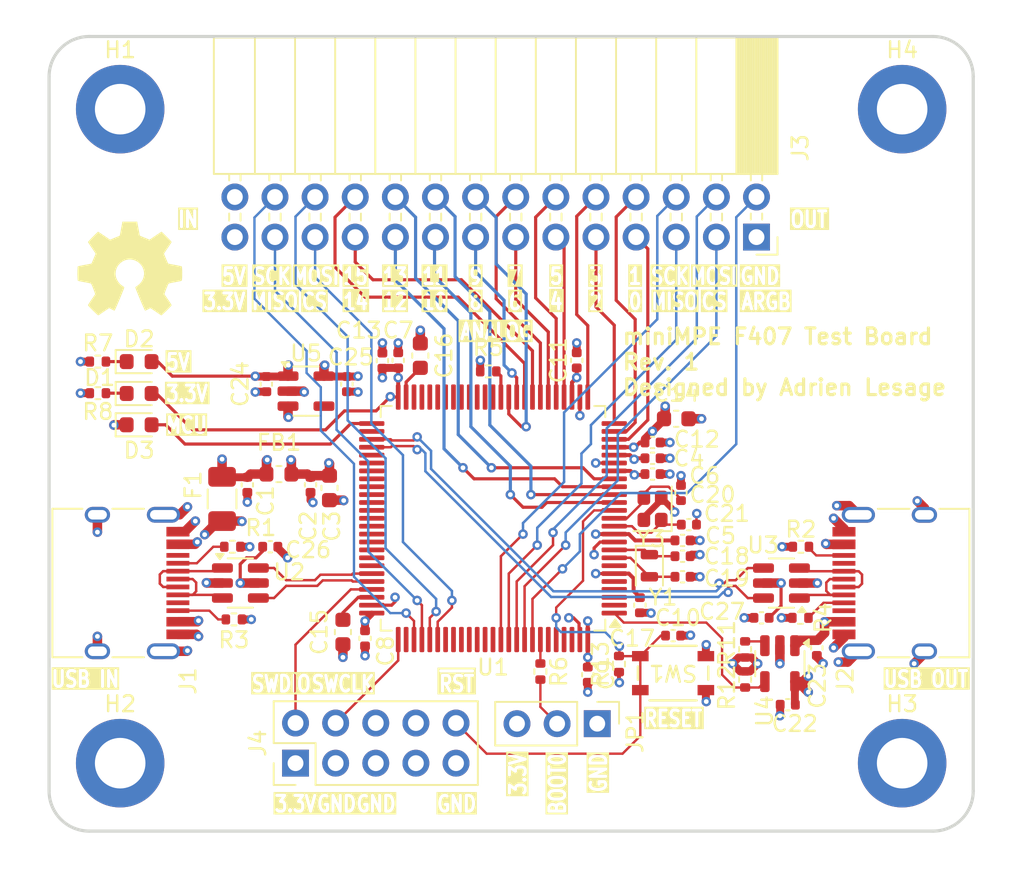
<source format=kicad_pcb>
(kicad_pcb (version 20241229) (generator "pcbnew") (generator_version "9.0")
  (layers (0 "F.Cu" signal) (4 "In1.Cu" signal) (6 "In2.Cu" signal) (2 "B.Cu" signal) (13 "F.Paste" user) (15 "B.Paste" user) (5 "F.SilkS" user "F.Silkscreen") (7 "B.SilkS" user "B.Silkscreen") (1 "F.Mask" user) (3 "B.Mask" user) (25 "Edge.Cuts" user))
  (net 0 "")
  (net 1 "Net-(C1-Pad1)")
  (net 2 "GND")
  (net 3 "+5V")
  (net 4 "+3.3V")
  (net 5 "Net-(U1-VCAP_2)")
  (net 6 "Net-(U1-VCAP_1)")
  (net 7 "/~{RST}")
  (net 8 "Net-(U1-PC14)")
  (net 9 "Net-(U1-PH0)")
  (net 10 "+5V_OUT")
  (net 11 "Net-(F1-Pad1)")
  (net 12 "Net-(J1-CC1)")
  (net 13 "Net-(J1-CC2)")
  (net 14 "Net-(J2-CC2)")
  (net 15 "Net-(J2-CC1)")
  (net 16 "/ARGB_DATA")
  (net 17 "/ADC_4")
  (net 18 "/ADC_8")
  (net 19 "/ADC_10")
  (net 20 "/ADC_12")
  (net 21 "/ADC_14")
  (net 22 "/ADC_0")
  (net 23 "/ADC_6")
  (net 24 "/ADC_2")
  (net 27 "/SWDIO")
  (net 29 "/SWCLK")
  (net 30 "Net-(JP1-C)")
  (net 31 "Net-(U1-PB2)")
  (net 32 "/BOOT0")
  (net 33 "Net-(U1-PH1)")
  (net 34 "Net-(U1-PC15)")
  (net 35 "Net-(U4-ISET)")
  (net 36 "/USB_OUT_EN")
  (net 38 "/ADC_1")
  (net 50 "/ADC_7")
  (net 57 "/ADC_11")
  (net 65 "/ADC_9")
  (net 70 "/ADC_13")
  (net 71 "/ADC_3")
  (net 77 "Net-(D1-K)")
  (net 87 "/ADC_5")
  (net 88 "/ADC_15")
  (net 90 "/USB_IN_P")
  (net 91 "/USB_IN_N")
  (net 92 "/USB_OUT_N")
  (net 93 "/USB_OUT_P")
  (net 95 "Net-(J1-D+-PadA6)")
  (net 96 "Net-(J1-D--PadA7)")
  (net 97 "Net-(J2-D--PadA7)")
  (net 98 "Net-(J2-D+-PadA6)")
  (net 99 "Net-(D2-K)")
  (net 100 "/USER_LED")
  (net 101 "/SPI_OUT_SCK")
  (net 102 "/SPI_OUT_MISO")
  (net 103 "/SPI_IN_MOSI")
  (net 104 "/SPI_OUT_MOSI")
  (net 105 "/SPI_IN_MISO")
  (net 106 "/SPI_OUT_CS")
  (net 107 "/SPI_IN_CS")
  (net 108 "/SPI_IN_SCK")
  (footprint "Capacitor_SMD:C_0603_1608Metric" (layer "F.Cu") (at 40.45 91.175 -90)
    (property "Reference" "C3")
    (property "Value" "4.7uF")
  )
  (footprint "Resistor_SMD:R_0402_1005Metric" (layer "F.Cu") (at 70.29 94.9 180)
    (property "Reference" "R2")
    (property "Value" "5.1K")
  )
  (footprint "Capacitor_SMD:C_0603_1608Metric" (layer "F.Cu") (at 41.3 100.3 -90)
    (property "Reference" "C15")
    (property "Value" "2.2uF")
  )
  (footprint "Capacitor_SMD:C_0402_1005Metric" (layer "F.Cu") (at 63.2 93.5)
    (property "Reference" "C21")
    (property "Value" "12pF")
  )
  (footprint "Capacitor_SMD:C_0402_1005Metric" (layer "F.Cu") (at 56.8 103 -90)
    (property "Reference" "C9")
    (property "Value" "100nF")
  )
  (footprint "Connector_PinHeader_2.54mm:PinHeader_2x05_P2.54mm_Vertical" (layer "F.Cu") (at 38.3 108.6 90)
    (property "Reference" "J4")
    (property "Value" "Debug")
  )
  (footprint "Connector_USB:USB_C_Receptacle_HRO_TYPE-C-31-M-12" (layer "F.Cu") (at 77.06 97.2 90)
    (property "Reference" "J2")
    (property "Value" "USB Out")
  )
  (footprint "Resistor_SMD:R_0402_1005Metric" (layer "F.Cu") (at 53.8 102.8 -90)
    (property "Reference" "R6")
    (property "Value" "10K")
  )
  (footprint "Capacitor_SMD:C_0402_1005Metric" (layer "F.Cu") (at 62.7 91.5 90)
    (property "Reference" "C20")
    (property "Value" "12pF")
  )
  (footprint "Capacitor_SMD:C_0402_1005Metric" (layer "F.Cu") (at 42.7 100.7 -90)
    (property "Reference" "C8")
    (property "Value" "100nF")
  )
  (footprint "Connector_PinHeader_2.54mm:PinHeader_1x03_P2.54mm_Vertical" (layer "F.Cu") (at 57.4 106.1 -90)
    (property "Reference" "JP1")
    (property "Value" "Boot Sel")
  )
  (footprint "Crystal:Crystal_SMD_2016-4Pin_2.0x1.6mm" (layer "F.Cu") (at 60.9 92.5 90)
    (property "Reference" "Y3")
    (property "Value" "25MHz")
  )
  (footprint "MountingHole:MountingHole_3.2mm_M3_DIN965_Pad" (layer "F.Cu") (at 76.7 67.2)
    (property "Reference" "H4")
    (property "Value" "MH4")
  )
  (footprint "Capacitor_SMD:C_0402_1005Metric" (layer "F.Cu") (at 43.8 83.12 90)
    (property "Reference" "C13")
    (property "Value" "4.7uf")
  )
  (footprint "Package_TO_SOT_SMD:SOT-23-5" (layer "F.Cu") (at 68.96 102.3 -90)
    (property "Reference" "U4")
    (property "Value" "SY6280AAC")
  )
  (footprint "Connector_USB:USB_C_Receptacle_HRO_TYPE-C-31-M-12" (layer "F.Cu") (at 26.80925 97.19575 -90)
    (property "Reference" "J1")
    (property "Value" "USB In")
  )
  (footprint "Resistor_SMD:R_0402_1005Metric" (layer "F.Cu") (at 25.7875 83.18)
    (property "Reference" "R7")
    (property "Value" "137R")
  )
  (footprint "Capacitor_SMD:C_0402_1005Metric" (layer "F.Cu") (at 69.46 104.9 180)
    (property "Reference" "C22")
    (property "Value" "10uF")
  )
  (footprint "Package_TO_SOT_SMD:SOT-23-5" (layer "F.Cu") (at 38.9625 85.05)
    (property "Reference" "U5")
    (property "Value" "ME6211C33M5")
  )
  (footprint "Capacitor_SMD:C_0402_1005Metric" (layer "F.Cu") (at 62.8 94.5)
    (property "Reference" "C5")
    (property "Value" "100nF")
  )
  (footprint "Resistor_SMD:R_0402_1005Metric" (layer "F.Cu") (at 66.76 101.4 -90)
    (property "Reference" "R11")
    (property "Value" "6.8K")
  )
  (footprint "Connector_PinSocket_2.54mm:PinSocket_2x14_P2.54mm_Horizontal" (layer "F.Cu") (at 67.48 75.3 -90)
    (property "Reference" "J3")
    (property "Value" "IO Header")
  )
  (footprint "Resistor_SMD:R_0402_1005Metric" (layer "F.Cu") (at 34.4 99.5)
    (property "Reference" "R3")
    (property "Value" "5.1K")
  )
  (footprint "LED_SMD:LED_0603_1608Metric" (layer "F.Cu") (at 28.4 83.18)
    (property "Reference" "D2")
    (property "Value" "5V Good")
  )
  (footprint "Capacitor_SMD:C_0402_1005Metric" (layer "F.Cu") (at 62.8 95.5)
    (property "Reference" "C18")
    (property "Value" "7pF")
  )
  (footprint "Crystal:Crystal_SMD_2012-2Pin_2.0x1.2mm" (layer "F.Cu") (at 60.7 96.1 -90)
    (property "Reference" "Y1")
    (property "Value" "32.768kHz")
  )
  (footprint "Resistor_SMD:R_0402_1005Metric" (layer "F.Cu") (at 58.775 102.325001 90)
    (property "Reference" "R13")
    (property "Value" "10K")
  )
  (footprint "Capacitor_SMD:C_0402_1005Metric" (layer "F.Cu") (at 35.25 90.98 -90)
    (property "Reference" "C1")
    (property "Value" "10nF")
  )
  (footprint "Capacitor_SMD:C_0402_1005Metric" (layer "F.Cu") (at 62.2 100.525001 180)
    (property "Reference" "C17")
    (property "Value" "100nF")
  )
  (footprint "Package_QFP:LQFP-100_14x14mm_P0.5mm" (layer "F.Cu") (at 50.8 93.1 180)
    (property "Reference" "U1")
    (property "Value" "STM32F407VET6")
  )
  (footprint "Capacitor_SMD:C_0402_1005Metric" (layer "F.Cu") (at 36.4525 84.605 -90)
    (property "Reference" "C24")
    (property "Value" "1uF")
  )
  (footprint "Resistor_SMD:R_0402_1005Metric" (layer "F.Cu") (at 66.76 103.3 90)
    (property "Reference" "R12")
    (property "Value" "10K")
  )
  (footprint "LED_SMD:LED_0603_1608Metric" (layer "F.Cu") (at 28.4 87.18)
    (property "Reference" "D3")
    (property "Value" "User LED")
  )
  (footprint "Capacitor_SMD:C_0402_1005Metric" (layer "F.Cu") (at 67.8 99.4 180)
    (property "Reference" "C27")
    (property "Value" "100nF")
  )
  (footprint "LED_SMD:LED_0603_1608Metric" (layer "F.Cu") (at 28.4 85.2)
    (property "Reference" "D1")
    (property "Value" "3.3V Good")
  )
  (footprint "Resistor_SMD:R_0402_1005Metric" (layer "F.Cu") (at 34.3 94.9)
    (property "Reference" "R1")
    (property "Value" "5.1K")
  )
  (footprint "Capacitor_SMD:C_0402_1005Metric" (layer "F.Cu") (at 62.8 96.8)
    (property "Reference" "C19")
    (property "Value" "7pF")
  )
  (footprint "Inductor_SMD:L_0603_1608Metric" (layer "F.Cu") (at 37.25 90.3)
    (property "Reference" "FB1")
    (property "Value" "33R")
  )
  (footprint "Capacitor_SMD:C_0402_1005Metric" (layer "F.Cu") (at 60.9 88.3)
    (property "Reference" "C12")
    (property "Value" "100nF")
  )
  (footprint "Capacitor_SMD:C_0603_1608Metric" (layer "F.Cu") (at 46.2 82.8 90)
    (property "Reference" "C16")
    (property "Value" "2.2uF")
  )
  (footprint "Capacitor_SMD:C_0402_1005Metric" (layer "F.Cu") (at 36.7 94.9)
    (property "Reference" "C26")
    (property "Value" "100nF")
  )
  (footprint "Resistor_SMD:R_0402_1005Metric" (layer "F.Cu") (at 50.5 83.8)
    (property "Reference" "R5")
    (property "Value" "10K")
  )
  (footprint "MountingHole:MountingHole_3.2mm_M3_DIN965_Pad" (layer "F.Cu") (at 27.2 108.6)
    (property "Reference" "H2")
    (property "Value" "MH2")
  )
  (footprint "Capacitor_SMD:C_0402_1005Metric" (layer "F.Cu") (at 39.25 90.98 -90)
    (property "Reference" "C2")
    (property "Value" "100nF")
  )
  (footprint "Fuse:Fuse_1206_3216Metric" (layer "F.Cu") (at 33.65 91.875 90)
    (property "Reference" "F1")
    (property "Value" "1.1A Hold")
  )
  (footprint "Capacitor_SMD:C_0402_1005Metric" (layer "F.Cu") (at 60.1 98.6 -90)
    (property "Reference" "C10")
    (property "Value" "100nF")
  )
  (footprint "Package_TO_SOT_SMD:SOT-23-6" (layer "F.Cu") (at 69.06 97.2 180)
    (property "Reference" "U3")
    (property "Value" "USBLC6-2SC6")
  )
  (footprint "Symbol:OSHW-Symbol_6.7x6mm_SilkScreen" (layer "F.Cu") (at 27.8 77.3)
    (property "Reference" "REF**" (hide yes))
    (property "Value" "OSHW-Symbol_6.7x6mm_SilkScreen" (hide yes))
  )
  (footprint "Capacitor_SMD:C_0402_1005Metric" (layer "F.Cu") (at 44.8 83.1 90)
    (property "Reference" "C7")
    (property "Value" "100nF")
  )
  (footprint "Resistor_SMD:R_0402_1005Metric" (layer "F.Cu") (at 25.7875 85.18 180)
    (property "Reference" "R8")
    (property "Value" "49.9R")
  )
  (footprint "MountingHole:MountingHole_3.2mm_M3_DIN965_Pad" (layer "F.Cu") (at 76.7 108.6)
    (property "Reference" "H3")
    (property "Value" "MH3")
  )
  (footprint "Capacitor_SMD:C_0603_1608Metric" (layer "F.Cu") (at 62.4 86.8)
    (property "Reference" "C14")
    (property "Value" "1uF")
  )
  (footprint "Resistor_SMD:R_0402_1005Metric" (layer "F.Cu") (at 70.26 99.4 180)
    (property "Reference" "R4")
    (property "Value" "5.1K")
  )
  (footprint "miniMPE:SW_SKRPACE010_AAL" (layer "F.Cu") (at 62.2 102.9 180)
    (property "Reference" "SW1")
    (property "Value" "Reset")
  )
  (footprint "Capacitor_SMD:C_0402_1005Metric" (layer "F.Cu") (at 71.3 101.3 -90)
    (property "Reference" "C23")
    (property "Value" "10uF")
  )
  (footprint "Capacitor_SMD:C_0402_1005Metric" (layer "F.Cu") (at 60.9 90.3)
    (property "Reference" "C6")
    (property "Value" "100nF")
  )
  (footprint "Capacitor_SMD:C_0402_1005Metric" (layer "F.Cu") (at 41.5525 84.605 -90)
    (property "Reference" "C25")
    (property "Value" "1uF")
  )
  (footprint "Capacitor_SMD:C_0402_1005Metric" (layer "F.Cu") (at 60.9 89.3)
    (property "Reference" "C4")
    (property "Value" "100nF")
  )
  (footprint "Package_TO_SOT_SMD:SOT-23-6" (layer "F.Cu") (at 34.80925 97.19575)
    (property "Reference" "U2")
    (property "Value" "USBLC6-2SC6")
  )
  (footprint "Capacitor_SMD:C_0402_1005Metric" (layer "F.Cu") (at 56.1 83.1 90)
    (property "Reference" "C11")
    (property "Value" "100nF")
  )
  (footprint "MountingHole:MountingHole_3.2mm_M3_DIN965_Pad" (layer "F.Cu") (at 27.2 67.2)
    (property "Reference" "H1")
    (property "Value" "MH1")
  )
  (gr_arc (start 78.66 62.6) (mid 80.456051 63.343949) (end 81.2 65.14) (stroke (width 0.2)) (layer "Edge.Cuts"))
  (gr_line (start 25.24 62.6) (end 78.66 62.6) (stroke (width 0.2)) (layer "Edge.Cuts"))
  (gr_line (start 78.66 112.9) (end 25.24 112.9) (stroke (width 0.2)) (layer "Edge.Cuts"))
  (gr_arc (start 25.24 112.9) (mid 23.443949 112.156051) (end 22.7 110.36) (stroke (width 0.2)) (layer "Edge.Cuts"))
  (gr_line (start 22.7 110.36) (end 22.7 65.14) (stroke (width 0.2)) (layer "Edge.Cuts"))
  (gr_line (start 81.2 65.14) (end 81.2 110.36) (stroke (width 0.2)) (layer "Edge.Cuts"))
  (gr_arc (start 81.2 110.36) (mid 80.456051 112.156051) (end 78.66 112.9) (stroke (width 0.2)) (layer "Edge.Cuts"))
  (gr_arc (start 22.7 65.14) (mid 23.443949 63.343949) (end 25.24 62.6) (stroke (width 0.2)) (layer "Edge.Cuts"))
  (gr_text "SCK" (at 62 77.2 0) (layer "F.SilkS" knockout) (effects (font (size 1 0.8) (thickness 0.2)) (justify top)))
  (gr_text "MISO" (at 37 78.8 0) (layer "F.SilkS" knockout) (effects (font (size 1 0.8) (thickness 0.2)) (justify top)))
  (gr_text "ARGB" (at 68.1 78.8 0) (layer "F.SilkS" knockout) (effects (font (size 1 0.8) (thickness 0.2)) (justify top)))
  (gr_text "IN" (at 31.5 73.6 0) (layer "F.SilkS" knockout) (effects (font (size 1 0.8) (thickness 0.2)) (justify top)))
  (gr_text "BOOT0" (at 54.3 109.9 90) (layer "F.SilkS" knockout) (effects (font (size 1 0.8) (thickness 0.2)) (justify top)))
  (gr_text "ANALOG" (at 51 80.7 0) (layer "F.SilkS" knockout) (effects (font (size 1 0.8) (thickness 0.2)) (justify top)))
  (gr_text "3.3V" (at 51.8 109.3 90) (layer "F.SilkS" knockout) (effects (font (size 1 0.8) (thickness 0.2)) (justify top)))
  (gr_text "SCK" (at 36.8 77.2 0) (layer "F.SilkS" knockout) (effects (font (size 1 0.8) (thickness 0.2)) (justify top)))
  (gr_text "OUT" (at 70.8 73.6 0) (layer "F.SilkS" knockout) (effects (font (size 1 0.8) (thickness 0.2)) (justify top)))
  (gr_text "5V" (at 30 83.8 0) (layer "F.SilkS" knockout) (effects (font (size 1 0.8) (thickness 0.2)) (justify left bottom)))
  (gr_text "3.3V" (at 33.8 78.8 0) (layer "F.SilkS" knockout) (effects (font (size 1 0.8) (thickness 0.2)) (justify top)))
  (gr_text "GND" (at 56.9 109.2 90) (layer "F.SilkS" knockout) (effects (font (size 1 0.8) (thickness 0.2)) (justify top)))
  (gr_text "MCU" (at 30 87.8 0) (layer "F.SilkS" knockout) (effects (font (size 1 0.8) (thickness 0.2)) (justify left bottom)))
  (gr_text "14" (at 42.1 78.8 0) (layer "F.SilkS" knockout) (effects (font (size 1 0.8) (thickness 0.2)) (justify top)))
  (gr_text "GND" (at 48.5 110.6 0) (layer "F.SilkS" knockout) (effects (font (size 1 0.8) (thickness 0.2)) (justify top)))
  (gr_text "13" (at 44.6 77.2 0) (layer "F.SilkS" knockout) (effects (font (size 1 0.8) (thickness 0.2)) (justify top)))
  (gr_text "GND" (at 43.4 110.6 0) (layer "F.SilkS" knockout) (effects (font (size 1 0.8) (thickness 0.2)) (justify top)))
  (gr_text "SWCLK" (at 41.3 103 0) (layer "F.SilkS" knockout) (effects (font (size 1 0.8) (thickness 0.2)) (justify top)))
  (gr_text "~{RST}" (at 48.5 103 0) (layer "F.SilkS" knockout) (effects (font (size 1 0.8) (thickness 0.2)) (justify top)))
  (gr_text "MOSI" (at 64.8 77.2 0) (layer "F.SilkS" knockout) (effects (font (size 1 0.8) (thickness 0.2)) (justify top)))
  (gr_text "10" (at 47.1 78.8 0) (layer "F.SilkS" knockout) (effects (font (size 1 0.8) (thickness 0.2)) (justify top)))
  (gr_text "3" (at 57.3 77.2 0) (layer "F.SilkS" knockout) (effects (font (size 1 0.8) (thickness 0.2)) (justify top)))
  (gr_text "5" (at 54.8 77.2 0) (layer "F.SilkS" knockout) (effects (font (size 1 0.8) (thickness 0.2)) (justify top)))
  (gr_text "3.3V" (at 38.3 110.6 0) (layer "F.SilkS" knockout) (effects (font (size 1 0.8) (thickness 0.2)) (justify top)))
  (gr_text "GND" (at 40.9 110.6 0) (layer "F.SilkS" knockout) (effects (font (size 1 0.8) (thickness 0.2)) (justify top)))
  (gr_text "9" (at 49.7 77.2 0) (layer "F.SilkS" knockout) (effects (font (size 1 0.8) (thickness 0.2)) (justify top)))
  (gr_text "15" (at 42.1 77.2 0) (layer "F.SilkS" knockout) (effects (font (size 1 0.8) (thickness 0.2)) (justify top)))
  (gr_text "miniMPE F407 Test Board\nRev. 1\nDesigned by Adrien Lesage" (at 58.9 85.4 0) (layer "F.SilkS") (effects (font (size 1 1) (thickness 0.2) (bold yes)) (justify left bottom)))
  (gr_text "RESET" (at 62.2 105.2 0) (layer "F.SilkS" knockout) (effects (font (size 1 0.8) (thickness 0.2)) (justify top)))
  (gr_text "MOSI" (at 39.6 77.2 0) (layer "F.SilkS" knockout) (effects (font (size 1 0.8) (thickness 0.2)) (justify top)))
  (gr_text "12" (at 44.6 78.8 0) (layer "F.SilkS" knockout) (effects (font (size 1 0.8) (thickness 0.2)) (justify top)))
  (gr_text "MISO" (at 62.3 78.8 0) (layer "F.SilkS" knockout) (effects (font (size 1 0.8) (thickness 0.2)) (justify top)))
  (gr_text "8" (at 49.7 78.8 0) (layer "F.SilkS" knockout) (effects (font (size 1 0.8) (thickness 0.2)) (justify top)))
  (gr_text "USB IN" (at 25 102.7 0) (layer "F.SilkS" knockout) (effects (font (size 1 0.8) (thickness 0.2)) (justify top)))
  (gr_text "2" (at 57.3 78.8 0) (layer "F.SilkS" knockout) (effects (font (size 1 0.8) (thickness 0.2)) (justify top)))
  (gr_text "3.3V" (at 30 85.8 0) (layer "F.SilkS" knockout) (effects (font (size 1 0.8) (thickness 0.2)) (justify left bottom)))
  (gr_text "1" (at 59.8 77.2 0) (layer "F.SilkS" knockout) (effects (font (size 1 0.8) (thickness 0.2)) (justify top)))
  (gr_text "SWDIO" (at 37.4 103 0) (layer "F.SilkS" knockout) (effects (font (size 1 0.8) (thickness 0.2)) (justify top)))
  (gr_text "USB OUT" (at 78.2 102.7 0) (layer "F.SilkS" knockout) (effects (font (size 1 0.8) (thickness 0.2)) (justify top)))
  (gr_text "5V" (at 34.4 77.2 0) (layer "F.SilkS" knockout) (effects (font (size 1 0.8) (thickness 0.2)) (justify top)))
  (gr_text "11" (at 47.1 77.2 0) (layer "F.SilkS" knockout) (effects (font (size 1 0.8) (thickness 0.2)) (justify top)))
  (gr_text "7" (at 52.2 77.2 0) (layer "F.SilkS" knockout) (effects (font (size 1 0.8) (thickness 0.2)) (justify top)))
  (gr_text "GND" (at 67.7 77.2 0) (layer "F.SilkS" knockout) (effects (font (size 1 0.8) (thickness 0.2)) (justify top)))
  (gr_text "CS" (at 39.5 78.8 0) (layer "F.SilkS" knockout) (effects (font (size 1 0.8) (thickness 0.2)) (justify top)))
  (gr_text "4" (at 54.8 78.8 0) (layer "F.SilkS" knockout) (effects (font (size 1 0.8) (thickness 0.2)) (justify top)))
  (gr_text "CS" (at 64.8 78.8 0) (layer "F.SilkS" knockout) (effects (font (size 1 0.8) (thickness 0.2)) (justify top)))
  (gr_text "0" (at 59.8 78.8 0) (layer "F.SilkS" knockout) (effects (font (size 1 0.8) (thickness 0.2)) (justify top)))
  (gr_text "6" (at 52.2 78.8 0) (layer "F.SilkS" knockout) (effects (font (size 1 0.8) (thickness 0.2)) (justify top)))
  (segment (start 36.4625 90.3) (end 36.4625 89.4425) (width 0.6) (layer "F.Cu") (net 1))
  (segment (start 36.4625 90.3) (end 35.45 90.3) (width 0.6) (layer "F.Cu") (net 1))
  (segment (start 35.45 90.3) (end 35.25 90.5) (width 0.6) (layer "F.Cu") (net 1))
  (segment (start 33.65 89.355) (end 33.65 90.475) (width 0.6) (layer "F.Cu") (net 1))
  (segment (start 35.25 90.5) (end 33.675 90.5) (width 0.5) (layer "F.Cu") (net 1))
  (segment (start 36.4625 89.4425) (end 36.50925 89.39575) (width 0.6) (layer "F.Cu") (net 1))
  (segment (start 33.675 90.5) (end 33.65 90.475) (width 0.5) (layer "F.Cu") (net 1))
  (via (at 33.65 89.355) (size 0.6) (drill 0.3) (layers "F.Cu" "B.Cu") (net 1))
  (via (at 36.50925 89.39575) (size 0.6) (drill 0.3) (layers "F.Cu" "B.Cu") (net 1))
  (segment (start 37.18 94.9) (end 37.18 94.98) (width 0.5) (layer "F.Cu") (net 2))
  (segment (start 44.6 98.383884) (end 44.383884 98.6) (width 0.2) (layer "F.Cu") (net 2))
  (segment (start 66.76 101.91) (end 66.35 101.91) (width 0.5) (layer "F.Cu") (net 2))
  (segment (start 69.06 99.4) (end 69.75 99.4) (width 0.5) (layer "F.Cu") (net 2))
  (segment (start 41.5525 85.085) (end 42.2325 85.085) (width 0.5) (layer "F.Cu") (net 2))
  (segment (start 72.56 92.3) (end 73.35 92.3) (width 0.6) (layer "F.Cu") (net 2))
  (segment (start 56.3 85.425) (end 56.3 86.6) (width 0.2) (layer "F.Cu") (net 2))
  (segment (start 78.11 101.65) (end 77.46 102.3) (width 0.6) (layer "F.Cu") (net 2))
  (segment (start 60.78 99.08) (end 60.8 99.1) (width 0.5) (layer "F.Cu") (net 2))
  (segment (start 78.11 92.88) (end 78.11 92.45) (width 0.6) (layer "F.Cu") (net 2))
  (segment (start 66.35 101.91) (end 65.96 102.3) (width 0.5) (layer "F.Cu") (net 2))
  (segment (start 73.015 100.45) (end 73.015 100.645) (width 0.6) (layer "F.Cu") (net 2))
  (segment (start 31.41925 101.51575) (end 31.45925 101.47575) (width 0.6) (layer "F.Cu") (net 2))
  (segment (start 63.38 95.4) (end 63.28 95.5) (width 0.5) (layer "F.Cu") (net 2))
  (segment (start 40.45 91.95) (end 41.325 91.95) (width 0.6) (layer "F.Cu") (net 2))
  (segment (start 73.015 93.95) (end 73.015 93.755) (width 0.6) (layer "F.Cu") (net 2))
  (segment (start 66.45 102.79) (end 65.96 102.3) (width 0.5) (layer "F.Cu") (net 2))
  (segment (start 39.25 91.95) (end 39.4 92.1) (width 0.5) (layer "F.Cu") (net 2))
  (segment (start 31.28925 93.94575) (end 31.95925 93.27575) (width 0.6) (layer "F.Cu") (net 2))
  (segment (start 41.325 91.95) (end 41.35 91.975) (width 0.6) (layer "F.Cu") (net 2))
  (segment (start 67.17 101.91) (end 67.56 102.3) (width 0.5) (layer "F.Cu") (net 2))
  (segment (start 56.249 99.749) (end 56.249 100.724) (width 0.2) (layer "F.Cu") (net 2))
  (segment (start 60.1 99.08) (end 60.78 99.08) (width 0.5) (layer "F.Cu") (net 2))
  (segment (start 42.7 101.18) (end 42.7 101.8) (width 0.5) (layer "F.Cu") (net 2))
  (segment (start 70.1975 97.2) (end 71.3325 97.2) (width 0.6) (layer "F.Cu") (net 2))
  (segment (start 56.8 103.48) (end 56.8 104.1) (width 0.5) (layer "F.Cu") (net 2))
  (segment (start 44.383884 98.6) (end 43.125 98.6) (width 0.2) (layer "F.Cu") (net 2))
  (segment (start 32.02925 100.44575) (end 32.15925 100.57575) (width 0.6) (layer "F.Cu") (net 2))
  (segment (start 41.3 101.075) (end 41.3 101.9) (width 0.6) (layer "F.Cu") (net 2))
  (segment (start 66.76 102.79) (end 67.07 102.79) (width 0.5) (layer "F.Cu") (net 2))
  (segment (start 78.11 101.52) (end 78.11 101.65) (width 0.6) (layer "F.Cu") (net 2))
  (segment (start 30.85425 93.94575) (end 31.28925 93.94575) (width 0.6) (layer "F.Cu") (net 2))
  (segment (start 56.249 100.724) (end 56.3 100.775) (width 0.2) (layer "F.Cu") (net 2))
  (segment (start 34.91 99.5) (end 35.5 99.5) (width 0.5) (layer "F.Cu") (net 2))
  (segment (start 55.9 99.4) (end 56.249 99.749) (width 0.2) (layer "F.Cu") (net 2))
  (segment (start 37.18 94.98) (end 37.8 95.6) (width 0.5) (layer "F.Cu") (net 2))
  (segment (start 73.015 93.755) (end 72.36 93.1) (width 0.6) (layer "F.Cu") (net 2))
  (segment (start 63.28 96.8) (end 63.9 96.8) (width 0.5) (layer "F.Cu") (net 2))
  (segment (start 62.3 92.7) (end 62.3 92.65) (width 0.4) (layer "F.Cu") (net 2))
  (segment (start 46.2 82.025) (end 46.2 81.2) (width 0.6) (layer "F.Cu") (net 2))
  (segment (start 61.38 88.3) (end 62 88.3) (width 0.5) (layer "F.Cu") (net 2))
  (segment (start 25.75925 101.51575) (end 25.75925 100.57575) (width 0.6) (layer "F.Cu") (net 2))
  (segment (start 66.76 101.91) (end 67.17 101.91) (width 0.5) (layer "F.Cu") (net 2))
  (segment (start 57.2 95.4) (end 57.2 94.979232) (width 0.2) (layer "F.Cu") (net 2))
  (segment (start 55.6 99.4) (end 55.9 99.4) (width 0.2) (layer "F.Cu") (net 2))
  (segment (start 32.67925 97.19575) (end 32.65925 97.17575) (width 0.6) (layer "F.Cu") (net 2))
  (segment (start 64.275 104.675) (end 64.3 104.7) (width 0.5) (layer "F.Cu") (net 2))
  (segment (start 64.275 103.974999) (end 64.275 104.675) (width 0.5) (layer "F.Cu") (net 2))
  (segment (start 63.175 86.8) (end 64 86.8) (width 0.6) (layer "F.Cu") (net 2))
  (segment (start 68.98 104.9) (end 68.98 105.58) (width 0.5) (layer "F.Cu") (net 2))
  (segment (start 63.68 93.5) (end 63.68 92.82) (width 0.1565) (layer "F.Cu") (net 2))
  (segment (start 60.35 93.2) (end 60.35 93.034774) (width 0.4) (layer "F.Cu") (net 2))
  (segment (start 49.99 83.8) (end 49.99 83.11) (width 0.5) (layer "F.Cu") (net 2))
  (segment (start 73.25 102.2) (end 72.66 102.2) (width 0.6) (layer "F.Cu") (net 2))
  (segment (start 64.275 101.125) (end 64.3 101.1) (width 0.5) (layer "F.Cu") (net 2))
  (segment (start 63.68 92.82) (end 63.7 92.8) (width 0.1565) (layer "F.Cu") (net 2))
  (segment (start 25.75925 92.87575) (end 25.75925 93.97575) (width 0.6) (layer "F.Cu") (net 2))
  (segment (start 35.25 91.46) (end 35.25 92.075) (width 0.5) (layer "F.Cu") (net 2))
  (segment (start 63.274999 100.525001) (end 63.3 100.5) (width 0.5) (layer "F.Cu") (net 2))
  (segment (start 43.8 82.62) (end 43.8 82) (width 0.5) (layer "F.Cu") (net 2))
  (segment (start 29.93925 92.87575) (end 30.95925 92.87575) (width 0.6) (layer "F.Cu") (net 2))
  (segment (start 67.32 99.4) (end 66.7 99.4) (width 0.5) (layer "F.Cu") (net 2))
  (segment (start 33.67175 97.19575) (end 32.67925 97.19575) (width 0.6) (layer "F.Cu") (net 2))
  (segment (start 68.96 101.1625) (end 68.96 102.3) (width 0.6) (layer "F.Cu") (net 2))
  (segment (start 73.35 92.3) (end 73.93 92.88) (width 0.6) (layer "F.Cu") (net 2))
  (segment (start 42.2325 85.085) (end 42.2525 85.105) (width 0.5) (layer "F.Cu") (net 2))
  (segment (start 27.6125 87.18) (end 26.82 87.18) (width 0.6) (layer "F.Cu") (net 2))
  (segment (start 73.93 101.52) (end 73.25 102.2) (width 0.6) (layer "F.Cu") (net 2))
  (segment (start 30.95925 92.87575) (end 31.45925 92.37575) (width 0.6) (layer "F.Cu") (net 2))
  (segment (start 44.8 82.62) (end 44.8 82) (width 0.5) (layer "F.Cu") (net 2))
  (segment (start 78.11 92.45) (end 77.66 92) (width 0.6) (layer "F.Cu") (net 2))
  (segment (start 73.015 100.645) (end 72.36 101.3) (width 0.6) (layer "F.Cu") (net 2))
  (segment (start 49.99 83.11) (end 50 83.1) (width 0.5) (layer "F.Cu") (net 2))
  (segment (start 25.2775 83.18) (end 24.6875 83.18) (width 0.5) (layer "F.Cu") (net 2))
  (segment (start 44.6 98.1) (end 44.6 98.383884) (width 0.2) (layer "F.Cu") (net 2))
  (segment (start 57.2 94.979232) (end 57.579232 94.6) (width 0.2) (layer "F.Cu") (net 2))
  (segment (start 56.1 82.62) (end 56.1 82) (width 0.5) (layer "F.Cu") (net 2))
  (segment (start 67.07 102.79) (end 67.56 102.3) (width 0.5) (layer "F.Cu") (net 2))
  (segment (start 62.68 100.525001) (end 63.274999 100.525001) (width 0.5) (layer "F.Cu") (net 2))
  (segment (start 37.825 85.05) (end 38.7975 85.05) (width 0.6) (layer "F.Cu") (net 2))
  (segment (start 62.7 91.02) (end 62.7 90.4) (width 0.5) (layer "F.Cu") (net 2))
  (segment (start 69.78 94.9) (end 69.1 94.9) (width 0.5) (layer "F.Cu") (net 2))
  (segment (start 61.45 91.934774) (end 61.45 91.8) (width 0.4) (layer "F.Cu") (net 2))
  (segment (start 25.2775 85.18) (end 24.6875 85.18) (width 0.5) (layer "F.Cu") (net 2))
  (segment (start 64.275 101.825001) (end 64.275 101.125) (width 0.5) (layer "F.Cu") (net 2))
  (segment (start 62.3 92.65) (end 61.45 91.8) (width 0.4) (layer "F.Cu") (net 2))
  (segment (start 71.3 101.9) (end 71.7 102.3) (width 0.5) (layer "F.Cu") (net 2))
  (segment (start 66.76 102.79) (end 66.45 102.79) (width 0.5) (layer "F.Cu") (net 2))
  (segment (start 39.25 91.46) (end 39.25 91.95) (width 0.5) (layer "F.Cu") (net 2))
  (segment (start 35.7725 85.085) (end 35.7525 85.105) (width 0.5) (layer "F.Cu") (net 2))
  (segment (start 36.4525 85.085) (end 35.7725 85.085) (width 0.5) (layer "F.Cu") (net 2))
  (segment (start 58.475 89.6) (end 57.3 89.6) (width 0.2) (layer "F.Cu") (net 2))
  (segment (start 63.9 95.4) (end 63.38 95.4) (width 0.5) (layer "F.Cu") (net 2))
  (segment (start 60.35 93.034774) (end 61.45 91.934774) (width 0.4) (layer "F.Cu") (net 2))
  (segment (start 61.38 89.3) (end 62 89.3) (width 0.5) (layer "F.Cu") (net 2))
  (segment (start 34.81 94.9) (end 35.4 94.9) (width 0.5) (layer "F.Cu") (net 2))
  (segment (start 68.98 105.58) (end 68.96 105.6) (width 0.5) (layer "F.Cu") (net 2))
  (segment (start 71.3 101.78) (end 71.3 101.9) (width 0.5) (layer "F.Cu") (net 2))
  (segment (start 30.85425 100.44575) (end 32.02925 100.44575) (width 0.6) (layer "F.Cu") (net 2))
  (segment (start 61.38 90.3) (end 62 90.3) (width 0.5) (layer "F.Cu") (net 2))
  (segment (start 29.93925 101.51575) (end 31.41925 101.51575) (width 0.6) (layer "F.Cu") (net 2))
  (segment (start 38.7975 85.05) (end 38.8525 85.105) (width 0.6) (layer "F.Cu") (net 2))
  (segment (start 57.579232 94.6) (end 58.475 94.6) (width 0.2) (layer "F.Cu") (net 2))
  (segment (start 26.82 87.18) (end 26.8 87.2) (width 0.6) (layer "F.Cu") (net 2))
  (segment (start 63.28 94.5) (end 63.9 94.5) (width 0.5) (layer "F.Cu") (net 2))
  (via (at 41.35 91.975) (size 0.6) (drill 0.3) (layers "F.Cu" "B.Cu") (net 2))
  (via (at 44.8 82) (size 0.6) (drill 0.3) (layers "F.Cu" "B.Cu") (net 2))
  (via (at 66.7 99.4) (size 0.6) (drill 0.3) (layers "F.Cu" "B.Cu") (net 2))
  (via (at 71.7 102.3) (size 0.6) (drill 0.3) (layers "F.Cu" "B.Cu") (net 2))
  (via (at 64 86.8) (size 0.6) (drill 0.3) (layers "F.Cu" "B.Cu") (net 2))
  (via (at 44.6 98.1) (size 0.6) (drill 0.3) (layers "F.Cu" "B.Cu") (net 2))
  (via (at 25.75925 100.57575) (size 0.6) (drill 0.3) (layers "F.Cu" "B.Cu") (net 2))
  (via (at 55.6 99.4) (size 0.6) (drill 0.3) (layers "F.Cu" "B.Cu") (net 2))
  (via (at 63.9 96.8) (size 0.6) (drill 0.3) (layers "F.Cu" "B.Cu") (net 2))
  (via (at 65.96 102.3) (size 0.6) (drill 0.3) (layers "F.Cu" "B.Cu") (net 2))
  (via (at 62 90.3) (size 0.6) (drill 0.3) (layers "F.Cu" "B.Cu") (net 2))
  (via (at 37.8 95.6) (size 0.6) (drill 0.3) (layers "F.Cu" "B.Cu") (net 2))
  (via (at 62.3 92.7) (size 0.6) (drill 0.3) (layers "F.Cu" "B.Cu") (net 2))
  (via (at 68.96 105.6) (size 0.6) (drill 0.3) (layers "F.Cu" "B.Cu") (net 2))
  (via (at 56.3 86.6) (size 0.6) (drill 0.3) (layers "F.Cu" "B.Cu") (net 2))
  (via (at 31.95925 93.27575) (size 0.6) (drill 0.3) (layers "F.Cu" "B.Cu") (net 2))
  (via (at 63.9 94.5) (size 0.6) (drill 0.3) (layers "F.Cu" "B.Cu") (net 2))
  (via (at 35.4 94.9) (size 0.6) (drill 0.3) (layers "F.Cu" "B.Cu") (net 2))
  (via (at 46.2 81.2) (size 0.6) (drill 0.3) (layers "F.Cu" "B.Cu") (net 2))
  (via (at 77.66 92) (size 0.6) (drill 0.3) (layers "F.Cu" "B.Cu") (net 2))
  (via (at 64.3 104.7) (size 0.6) (drill 0.3) (layers "F.Cu" "B.Cu") (net 2))
  (via (at 72.66 102.2) (size 0.6) (drill 0.3) (layers "F.Cu" "B.Cu") (net 2))
  (via (at 31.45925 92.37575) (size 0.6) (drill 0.3) (layers "F.Cu" "B.Cu") (net 2))
  (via (at 35.7525 85.105) (size 0.6) (drill 0.3) (layers "F.Cu" "B.Cu") (net 2))
  (via (at 63.7 92.8) (size 0.6) (drill 0.3) (layers "F.Cu" "B.Cu") (net 2))
  (via (at 56.8 104.1) (size 0.6) (drill 0.3) (layers "F.Cu" "B.Cu") (net 2))
  (via (at 72.56 92.3) (size 0.6) (drill 0.3) (layers "F.Cu" "B.Cu") (net 2))
  (via (at 62.7 90.4) (size 0.6) (drill 0.3) (layers "F.Cu" "B.Cu") (net 2))
  (via (at 42.2525 85.105) (size 0.6) (drill 0.3) (layers "F.Cu" "B.Cu") (net 2))
  (via (at 43.8 82) (size 0.6) (drill 0.3) (layers "F.Cu" "B.Cu") (net 2))
  (via (at 26.8 87.2) (size 0.6) (drill 0.3) (layers "F.Cu" "B.Cu") (net 2))
  (via (at 68.96 102.3) (size 0.6) (drill 0.3) (layers "F.Cu" "B.Cu") (net 2))
  (via (at 42.7 101.8) (size 0.6) (drill 0.3) (layers "F.Cu" "B.Cu") (net 2))
  (via (at 41.3 101.9) (size 0.6) (drill 0.3) (layers "F.Cu" "B.Cu") (net 2))
  (via (at 24.6875 85.18) (size 0.6) (drill 0.3) (layers "F.Cu" "B.Cu") (net 2))
  (via (at 25.75925 93.97575) (size 0.6) (drill 0.3) (layers "F.Cu" "B.Cu") (net 2))
  (via (at 62 89.3) (size 0.6) (drill 0.3) (layers "F.Cu" "B.Cu") (net 2))
  (via (at 63.3 100.5) (size 0.6) (drill 0.3) (layers "F.Cu" "B.Cu") (net 2))
  (via (at 71.3325 97.2) (size 0.6) (drill 0.3) (layers "F.Cu" "B.Cu") (net 2))
  (via (at 35.5 99.5) (size 0.6) (drill 0.3) (layers "F.Cu" "B.Cu") (net 2))
  (via (at 32.65925 97.17575) (size 0.6) (drill 0.3) (layers "F.Cu" "B.Cu") (net 2))
  (via (at 56.1 82) (size 0.6) (drill 0.3) (layers "F.Cu" "B.Cu") (net 2))
  (via (at 62 88.3) (size 0.6) (drill 0.3) (layers "F.Cu" "B.Cu") (net 2))
  (via (at 24.6875 83.18) (size 0.6) (drill 0.3) (layers "F.Cu" "B.Cu") (net 2))
  (via (at 64.3 101.1) (size 0.6) (drill 0.3) (layers "F.Cu" "B.Cu") (net 2))
  (via (at 38.8525 85.105) (size 0.6) (drill 0.3) (layers "F.Cu" "B.Cu") (net 2))
  (via (at 72.36 93.1) (size 0.6) (drill 0.3) (layers "F.Cu" "B.Cu") (net 2))
  (via (at 50 83.1) (size 0.6) (drill 0.3) (layers "F.Cu" "B.Cu") (net 2))
  (via (at 63.9 95.4) (size 0.6) (drill 0.3) (layers "F.Cu" "B.Cu") (net 2))
  (via (at 69.06 99.4) (size 0.6) (drill 0.3) (layers "F.Cu" "B.Cu") (net 2))
  (via (at 31.45925 101.47575) (size 0.6) (drill 0.3) (layers "F.Cu" "B.Cu") (net 2))
  (via (at 35.25 92.075) (size 0.6) (drill 0.3) (layers "F.Cu" "B.Cu") (net 2))
  (via (at 39.4 92.1) (size 0.6) (drill 0.3) (layers "F.Cu" "B.Cu") (net 2))
  (via (at 60.8 99.1) (size 0.6) (drill 0.3) (layers "F.Cu" "B.Cu") (net 2))
  (via (at 57.3 89.6) (size 0.6) (drill 0.3) (layers "F.Cu" "B.Cu") (net 2))
  (via (at 32.15925 100.57575) (size 0.6) (drill 0.3) (layers "F.Cu" "B.Cu") (net 2))
  (via (at 57.2 95.4) (size 0.6) (drill 0.3) (layers "F.Cu" "B.Cu") (net 2))
  (via (at 67.56 102.3) (size 0.6) (drill 0.3) (layers "F.Cu" "B.Cu") (net 2))
  (via (at 69.1 94.9) (size 0.6) (drill 0.3) (layers "F.Cu" "B.Cu") (net 2))
  (via (at 77.46 102.3) (size 0.6) (drill 0.3) (layers "F.Cu" "B.Cu") (net 2))
  (via (at 72.36 101.3) (size 0.6) (drill 0.3) (layers "F.Cu" "B.Cu") (net 2))
  (segment (start 34.8 96) (end 35.2 95.6) (width 0.2) (layer "F.Cu") (net 3))
  (segment (start 34.80425 97.19575) (end 34.8 97.2) (width 0.6) (layer "F.Cu") (net 3))
  (segment (start 69.91 103.4375) (end 69.91 104.87) (width 0.5) (layer "F.Cu") (net 3))
  (segment (start 37.825 84.1) (end 37.825 83.4325) (width 0.6) (layer "F.Cu") (net 3))
  (segment (start 35.2 95.6) (end 35.8 95.6) (width 0.2) (layer "F.Cu") (net 3))
  (segment (start 37.825 86.6775) (end 37.8525 86.705) (width 0.6) (layer "F.Cu") (net 3))
  (segment (start 36.4525 84.125) (end 35.7725 84.125) (width 0.5) (layer "F.Cu") (net 3))
  (segment (start 69.91 103.4375) (end 70.4225 103.4375) (width 0.6) (layer "F.Cu") (net 3))
  (segment (start 69.91 104.87) (end 69.94 104.9) (width 0.5) (layer "F.Cu") (net 3))
  (segment (start 40.45 90.4) (end 40.45 89.6365) (width 0.6) (layer "F.Cu") (net 3))
  (segment (start 68.28 99.4) (end 69.035 98.645) (width 0.2) (layer "F.Cu") (net 3))
  (segment (start 69.91 103.4375) (end 70.0975 103.4375) (width 0.6) (layer "F.Cu") (net 3))
  (segment (start 30.5 84.1) (end 35.7475 84.1) (width 0.2) (layer "F.Cu") (net 3))
  (segment (start 35.7475 84.1) (end 35.7525 84.105) (width 0.2) (layer "F.Cu") (net 3))
  (segment (start 36.22 95.18) (end 36.22 94.9) (width 0.2) (layer "F.Cu") (net 3))
  (segment (start 40.45 89.6365) (end 40.40925 89.59575) (width 0.6) (layer "F.Cu") (net 3))
  (segment (start 70.0975 103.4375) (end 70.76 104.1) (width 0.6) (layer "F.Cu") (net 3))
  (segment (start 40.45 90.4) (end 39.35 90.4) (width 0.6) (layer "F.Cu") (net 3))
  (segment (start 36.4525 84.125) (end 37.8 84.125) (width 0.5) (layer "F.Cu") (net 3))
  (segment (start 38.0375 90.3) (end 39.05 90.3) (width 0.6) (layer "F.Cu") (net 3))
  (segment (start 29.1875 83.18) (end 29.58 83.18) (width 0.2) (layer "F.Cu") (net 3))
  (segment (start 37.8 84.125) (end 37.825 84.1) (width 0.5) (layer "F.Cu") (net 3))
  (segment (start 35.94675 97.19575) (end 34.80425 97.19575) (width 0.6) (layer "F.Cu") (net 3))
  (segment (start 39.05 90.3) (end 39.25 90.5) (width 0.6) (layer "F.Cu") (net 3))
  (segment (start 39.35 90.4) (end 39.25 90.5) (width 0.6) (layer "F.Cu") (net 3))
  (segment (start 37.825 86) (end 37.825 86.6775) (width 0.6) (layer "F.Cu") (net 3))
  (segment (start 34.8 97.2) (end 34.8 96) (width 0.2) (layer "F.Cu") (net 3))
  (segment (start 70.4225 103.4375) (end 70.76 103.1) (width 0.6) (layer "F.Cu") (net 3))
  (segment (start 35.8 95.6) (end 36.22 95.18) (width 0.2) (layer "F.Cu") (net 3))
  (segment (start 35.7725 84.125) (end 35.7525 84.105) (width 0.5) (layer "F.Cu") (net 3))
  (segment (start 67.9225 97.2) (end 69.035 97.2) (width 0.6) (layer "F.Cu") (net 3))
  (segment (start 38.0375 90.3) (end 38.0375 89.424) (width 0.6) (layer "F.Cu") (net 3))
  (segment (start 38.0375 89.424) (end 38.00925 89.39575) (width 0.6) (layer "F.Cu") (net 3))
  (segment (start 29.58 83.18) (end 30.5 84.1) (width 0.2) (layer "F.Cu") (net 3))
  (segment (start 37.825 83.4325) (end 37.8525 83.405) (width 0.6) (layer "F.Cu") (net 3))
  (segment (start 69.035 98.645) (end 69.035 97.2) (width 0.2) (layer "F.Cu") (net 3))
  (via (at 37.8525 86.705) (size 0.6) (drill 0.3) (layers "F.Cu" "B.Cu") (net 3))
  (via (at 70.76 103.1) (size 0.6) (drill 0.3) (layers "F.Cu" "B.Cu") (net 3))
  (via (at 38.00925 89.39575) (size 0.6) (drill 0.3) (layers "F.Cu" "B.Cu") (net 3))
  (via (at 70.76 104.1) (size 0.6) (drill 0.3) (layers "F.Cu" "B.Cu") (net 3))
  (via (at 34.8 97.2) (size 0.6) (drill 0.3) (layers "F.Cu" "B.Cu") (net 3))
  (via (at 37.8525 83.405) (size 0.6) (drill 0.3) (layers "F.Cu" "B.Cu") (net 3))
  (via (at 69.035 97.2) (size 0.6) (drill 0.3) (layers "F.Cu" "B.Cu") (net 3))
  (via (at 40.40925 89.59575) (size 0.6) (drill 0.3) (layers "F.Cu" "B.Cu") (net 3))
  (via (at 35.7525 84.105) (size 0.6) (drill 0.3) (layers "F.Cu" "B.Cu") (net 3))
  (segment (start 59.75 90.35) (end 60.37 90.35) (width 0.25) (layer "F.Cu") (net 4))
  (segment (start 59.75 90.35) (end 59.5 90.1) (width 0.25) (layer "F.Cu") (net 4))
  (segment (start 60.1 98.1) (end 59.7 97.7) (width 0.25) (layer "F.Cu") (net 4))
  (segment (start 40.1 83.4575) (end 40.1525 83.405) (width 0.6) (layer "F.Cu") (net 4))
  (segment (start 60.42 88.065733) (end 60.42 88.3) (width 0.5) (layer "F.Cu") (net 4))
  (segment (start 29.49375 85.2) (end 31.79375 87.5) (width 0.2) (layer "F.Cu") (net 4))
  (segment (start 58.475 96.6) (end 57.3 96.6) (width 0.2) (layer "F.Cu") (net 4))
  (segment (start 59.7 97.7) (end 59.7 96.9) (width 0.25) (layer "F.Cu") (net 4))
  (segment (start 44.8 85.425) (end 44.8 84.2) (width 0.25) (layer "F.Cu") (net 4))
  (segment (start 44.325 85.425) (end 44.3 85.4) (width 0.2) (layer "F.Cu") (net 4))
  (segment (start 61.625 86.860733) (end 60.894799 87.590934) (width 0.5) (layer "F.Cu") (net 4))
  (segment (start 59.8 94.5) (end 62.32 94.5) (width 0.25) (layer "F.Cu") (net 4))
  (segment (start 42.7 99.6) (end 42.7 99.576) (width 0.5) (layer "F.Cu") (net 4))
  (segment (start 43.4 86.3) (end 44.3 85.4) (width 0.2) (layer "F.Cu") (net 4))
  (segment (start 56.1 84.187939) (end 56.1 83.58) (width 0.25) (layer "F.Cu") (net 4))
  (segment (start 29.1875 85.2) (end 29.49375 85.2) (width 0.2) (layer "F.Cu") (net 4))
  (segment (start 43.8 83.58) (end 43.8 84.2) (width 0.5) (layer "F.Cu") (net 4))
  (segment (start 59.5 90.1) (end 58.475 90.1) (width 0.25) (layer "F.Cu") (net 4))
  (segment (start 59.8 88.6) (end 60.1 88.3) (width 0.25) (layer "F.Cu") (net 4))
  (segment (start 56.8 101.9) (end 56.8 102.52) (width 0.25) (layer "F.Cu") (net 4))
  (segment (start 59.8 89.3) (end 60.42 89.3) (width 0.25) (layer "F.Cu") (net 4))
  (segment (start 60.894799 87.590934) (end 60.42 88.065733) (width 0.5) (layer "F.Cu") (net 4))
  (segment (start 61.594799 86.830201) (end 61.625 86.8) (width 0.5) (layer "F.Cu") (net 4))
  (segment (start 58.775 103.475) (end 58.8 103.5) (width 0.25) (layer "F.Cu") (net 4))
  (segment (start 60.1 88.3) (end 60.42 88.3) (width 0.25) (layer "F.Cu") (net 4))
  (segment (start 31.79375 87.5) (end 40.2 87.5) (width 0.2) (layer "F.Cu") (net 4))
  (segment (start 40.1 84.1) (end 40.1 83.4575) (width 0.6) (layer "F.Cu") (net 4))
  (segment (start 41.4 86.3) (end 43.4 86.3) (width 0.2) (layer "F.Cu") (net 4))
  (segment (start 55.9 84.4) (end 55.9 84.387939) (width 0.25) (layer "F.Cu") (net 4))
  (segment (start 60.37 90.35) (end 60.42 90.3) (width 0.25) (layer "F.Cu") (net 4))
  (segment (start 42.7 99.576) (end 43.125 99.151) (width 0.4) (layer "F.Cu") (net 4))
  (segment (start 40.125 84.125) (end 40.1 84.1) (width 0.5) (layer "F.Cu") (net 4))
  (segment (start 56.8 100.775) (end 56.8 101.9) (width 0.25) (layer "F.Cu") (net 4))
  (segment (start 61.7 86.725) (end 61.625 86.8) (width 0.6) (layer "F.Cu") (net 4))
  (segment (start 42.2325 84.125) (end 42.2525 84.105) (width 0.5) (layer "F.Cu") (net 4))
  (segment (start 41.5525 84.125) (end 40.125 84.125) (width 0.5) (layer "F.Cu") (net 4))
  (segment (start 41.5525 84.125) (end 42.2325 84.125) (width 0.5) (layer "F.Cu") (net 4))
  (segment (start 42.7 100.22) (end 42.7 99.6) (width 0.5) (layer "F.Cu") (net 4))
  (segment (start 59.4 96.6) (end 58.475 96.6) (width 0.25) (layer "F.Cu") (net 4))
  (segment (start 44.8 84.2) (end 44.8 83.58) (width 0.25) (layer "F.Cu") (net 4))
  (segment (start 56.8 100.775) (end 56.8 99.6) (width 0.25) (layer "F.Cu") (net 4))
  (segment (start 44.8 85.425) (end 44.325 85.425) (width 0.2) (layer "F.Cu") (net 4))
  (segment (start 61.7 86) (end 61.7 86.725) (width 0.6) (layer "F.Cu") (net 4))
  (segment (start 56.097801 84.190138) (end 56.1 84.187939) (width 0.25) (layer "F.Cu") (net 4))
  (segment (start 58.475 94.1) (end 57.3 94.1) (width 0.25) (layer "F.Cu") (net 4))
  (segment (start 59.734219 89.365781) (end 59.468439 89.1) (width 0.25) (layer "F.Cu") (net 4))
  (segment (start 59.7 96.9) (end 59.4 96.6) (width 0.25) (layer "F.Cu") (net 4))
  (segment (start 59.734219 89.365781) (end 59.8 89.3) (width 0.25) (layer "F.Cu") (net 4))
  (segment (start 59.7 88.6) (end 58.475 88.6) (width 0.25) (layer "F.Cu") (net 4))
  (segment (start 40.2 87.5) (end 41.4 86.3) (width 0.2) (layer "F.Cu") (net 4))
  (segment (start 61.625 86.8) (end 61.625 86.860733) (width 0.5) (layer "F.Cu") (net 4))
  (segment (start 59.7 88.6) (end 59.8 88.6) (width 0.25) (layer "F.Cu") (net 4))
  (segment (start 43.8 83.58) (end 44.8 83.58) (width 0.5) (layer "F.Cu") (net 4))
  (segment (start 58.475 94.1) (end 59.4 94.1) (width 0.25) (layer "F.Cu") (net 4))
  (segment (start 59.4 94.1) (end 59.8 94.5) (width 0.25) (layer "F.Cu") (net 4))
  (segment (start 58.775 102.835001) (end 58.775 103.475) (width 0.25) (layer "F.Cu") (net 4))
  (segment (start 55.9 84.387939) (end 56.097801 84.190138) (width 0.25) (layer "F.Cu") (net 4))
  (segment (start 59.468439 89.1) (end 58.475 89.1) (width 0.25) (layer "F.Cu") (net 4))
  (segment (start 55.8 85.425) (end 55.8 84.5) (width 0.25) (layer "F.Cu") (net 4))
  (segment (start 60.1 98.12) (end 60.1 98.1) (width 0.25) (layer "F.Cu") (net 4))
  (segment (start 55.8 84.5) (end 55.9 84.4) (width 0.25) (layer "F.Cu") (net 4))
  (via (at 43.8 84.2) (size 0.6) (drill 0.3) (layers "F.Cu" "B.Cu") (net 4))
  (via (at 44.8 84.2) (size 0.6) (drill 0.3) (layers "F.Cu" "B.Cu") (net 4))
  (via (at 56.8 99.6) (size 0.6) (drill 0.3) (layers "F.Cu" "B.Cu") (net 4))
  (via (at 40.1525 83.405) (size 0.6) (drill 0.3) (layers "F.Cu" "B.Cu") (net 4))
  (via (at 57.3 96.6) (size 0.6) (drill 0.3) (layers "F.Cu" "B.Cu") (net 4))
  (via (at 59.75 90.35) (size 0.6) (drill 0.3) (layers "F.Cu" "B.Cu") (net 4))
  (via (at 61.7 86) (size 0.6) (drill 0.3) (layers "F.Cu" "B.Cu") (net 4))
  (via (at 42.7 99.6) (size 0.6) (drill 0.3) (layers "F.Cu" "B.Cu") (net 4))
  (via (at 44.3 85.4) (size 0.6) (drill 0.3) (layers "F.Cu" "B.Cu") (net 4))
  (via (at 56.8 101.9) (size 0.6) (drill 0.3) (layers "F.Cu" "B.Cu") (net 4))
  (via (at 57.3 94.1) (size 0.6) (drill 0.3) (layers "F.Cu" "B.Cu") (net 4))
  (via (at 59.7 88.6) (size 0.6) (drill 0.3) (layers "F.Cu" "B.Cu") (net 4))
  (via (at 56.097801 84.190138) (size 0.6) (drill 0.3) (layers "F.Cu" "B.Cu") (net 4))
  (via (at 60.894799 87.590934) (size 0.6) (drill 0.3) (layers "F.Cu" "B.Cu") (net 4))
  (via (at 59.734219 89.365781) (size 0.6) (drill 0.3) (layers "F.Cu" "B.Cu") (net 4))
  (via (at 58.8 103.5) (size 0.6) (drill 0.3) (layers "F.Cu" "B.Cu") (net 4))
  (via (at 42.2525 84.105) (size 0.6) (drill 0.3) (layers "F.Cu" "B.Cu") (net 4))
  (segment (start 41.3 99.525) (end 41.3 99.075) (width 0.2) (layer "F.Cu") (net 5))
  (segment (start 42.275 98.1) (end 43.125 98.1) (width 0.2) (layer "F.Cu") (net 5))
  (segment (start 41.3 99.075) (end 42.275 98.1) (width 0.2) (layer "F.Cu") (net 5))
  (segment (start 45.3 84.475) (end 46.2 83.575) (width 0.2) (layer "F.Cu") (net 6))
  (segment (start 45.3 85.425) (end 45.3 84.475) (width 0.2) (layer "F.Cu") (net 6))
  (segment (start 60.125 103.974999) (end 60.125 106.875) (width 0.15) (layer "F.Cu") (net 7))
  (segment (start 59 108) (end 50.4 108) (width 0.15) (layer "F.Cu") (net 7))
  (segment (start 60.125 101.825001) (end 58.785 101.825001) (width 0.15) (layer "F.Cu") (net 7))
  (segment (start 54.8 99.4) (end 54.8 98.75) (width 0.15) (layer "F.Cu") (net 7))
  (segment (start 56.5 93.3) (end 57.2 92.6) (width 0.15) (layer "F.Cu") (net 7))
  (segment (start 54.8 98.75) (end 56.5 97.05) (width 0.15) (layer "F.Cu") (net 7))
  (segment (start 60.125 106.875) (end 59 108) (width 0.15) (layer "F.Cu") (net 7))
  (segment (start 61.425 100.525001) (end 60.125 101.825001) (width 0.15) (layer "F.Cu") (net 7))
  (segment (start 60.125 103.974999) (end 60.125 101.825001) (width 0.15) (layer "F.Cu") (net 7))
  (segment (start 57.2 92.6) (end 58.475 92.6) (width 0.15) (layer "F.Cu") (net 7))
  (segment (start 58.8 101.2) (end 58.8 101.790001) (width 0.15) (layer "F.Cu") (net 7))
  (segment (start 58.785 101.825001) (end 58.775 101.815001) (width 0.15) (layer "F.Cu") (net 7))
  (segment (start 50.4 108) (end 48.46 106.06) (width 0.15) (layer "F.Cu") (net 7))
  (segment (start 58.8 101.790001) (end 58.775 101.815001) (width 0.15) (layer "F.Cu") (net 7))
  (segment (start 61.72 100.525001) (end 61.425 100.525001) (width 0.15) (layer "F.Cu") (net 7))
  (segment (start 56.5 97.05) (end 56.5 93.3) (width 0.15) (layer "F.Cu") (net 7))
  (via (at 58.8 101.2) (size 0.6) (drill 0.3) (layers "F.Cu" "B.Cu") (net 7))
  (via (at 54.8 99.4) (size 0.6) (drill 0.3) (layers "F.Cu" "B.Cu") (net 7))
  (segment (start 55.1 100.3) (end 57.9 100.3) (width 0.15) (layer "B.Cu") (net 7))
  (segment (start 54.8 100) (end 55.1 100.3) (width 0.15) (layer "B.Cu") (net 7))
  (segment (start 57.9 100.3) (end 58.8 101.2) (width 0.15) (layer "B.Cu") (net 7))
  (segment (start 54.8 99.4) (end 54.8 100) (width 0.15) (layer "B.Cu") (net 7))
  (segment (start 62.32 96.8) (end 60.7 96.8) (width 0.1565) (layer "F.Cu") (net 8))
  (segment (start 59.5 95.6) (end 58.475 95.6) (width 0.1565) (layer "F.Cu") (net 8))
  (segment (start 60.7 96.8) (end 59.5 95.6) (width 0.1565) (layer "F.Cu") (net 8))
  (segment (start 58.475 93.6) (end 59.593703 93.6) (width 0.1565) (layer "F.Cu") (net 9))
  (segment (start 61.75 93.5) (end 62.72 93.5) (width 0.1565) (layer "F.Cu") (net 9))
  (segment (start 61.45 93.2) (end 61.75 93.5) (width 0.1565) (layer "F.Cu") (net 9))
  (segment (start 60.825 94) (end 61.45 93.375) (width 0.1565) (layer "F.Cu") (net 9))
  (segment (start 59.993703 94) (end 60.825 94) (width 0.1565) (layer "F.Cu") (net 9))
  (segment (start 59.593703 93.6) (end 59.993703 94) (width 0.1565) (layer "F.Cu") (net 9))
  (segment (start 61.45 93.375) (end 61.45 93.2) (width 0.1565) (layer "F.Cu") (net 9))
  (segment (start 71.789 99.649) (end 71.86 99.649) (width 0.6) (layer "F.Cu") (net 10))
  (segment (start 71.91 99.65) (end 73.015 99.65) (width 0.6) (layer "F.Cu") (net 10))
  (segment (start 69.91 101.1625) (end 70.2525 100.82) (width 0.6) (layer "F.Cu") (net 10))
  (segment (start 71.91 94.75) (end 71.86 94.7) (width 0.6) (layer "F.Cu") (net 10))
  (segment (start 73.015 94.75) (end 71.91 94.75) (width 0.6) (layer "F.Cu") (net 10))
  (segment (start 70.2525 100.82) (end 71.34 100.82) (width 0.6) (layer "F.Cu") (net 10))
  (segment (start 71.34 100.82) (end 71.789 100.371) (width 0.6) (layer "F.Cu") (net 10))
  (segment (start 71.789 99.649) (end 71.91 99.65) (width 0.6) (layer "F.Cu") (net 10))
  (segment (start 71.789 100.371) (end 71.789 99.649) (width 0.6) (layer "F.Cu") (net 10))
  (via (at 71.789 99.649) (size 0.6) (drill 0.3) (layers "F.Cu" "B.Cu") (net 10))
  (via (at 71.86 94.7) (size 0.6) (drill 0.3) (layers "F.Cu" "B.Cu") (net 10))
  (segment (start 32.08925 99.64575) (end 32.15925 99.57575) (width 0.6) (layer "F.Cu") (net 11))
  (segment (start 33.65 93.275) (end 34.8885 93.275) (width 0.6) (layer "F.Cu") (net 11))
  (segment (start 32.54675 94.13325) (end 33.405 93.275) (width 0.6) (layer "F.Cu") (net 11))
  (segment (start 31.93425 94.74575) (end 30.85425 94.74575) (width 0.6) (layer "F.Cu") (net 11))
  (segment (start 34.8885 93.275) (end 34.90925 93.29575) (width 0.6) (layer "F.Cu") (net 11))
  (segment (start 33.405 93.275) (end 33.65 93.275) (width 0.6) (layer "F.Cu") (net 11))
  (segment (start 30.85425 99.64575) (end 32.08925 99.64575) (width 0.6) (layer "F.Cu") (net 11))
  (segment (start 32.08175 94.59825) (end 31.93425 94.74575) (width 0.6) (layer "F.Cu") (net 11))
  (via (at 34.90925 93.29575) (size 0.6) (drill 0.3) (layers "F.Cu" "B.Cu") (net 11))
  (via (at 32.54675 94.13325) (size 0.6) (drill 0.3) (layers "F.Cu" "B.Cu") (net 11))
  (via (at 32.15925 99.57575) (size 0.6) (drill 0.3) (layers "F.Cu" "B.Cu") (net 11))
  (via (at 32.08175 94.59825) (size 0.6) (drill 0.3) (layers "F.Cu" "B.Cu") (net 11))
  (segment (start 32.04925 95.94575) (end 33.095 94.9) (width 0.15) (layer "F.Cu") (net 12))
  (segment (start 30.85425 95.94575) (end 32.04925 95.94575) (width 0.15) (layer "F.Cu") (net 12))
  (segment (start 33.095 94.9) (end 33.79 94.9) (width 0.15) (layer "F.Cu") (net 12))
  (segment (start 33.4 99.5) (end 33.89 99.5) (width 0.15) (layer "F.Cu") (net 13))
  (segment (start 30.85425 98.94575) (end 32.84575 98.94575) (width 0.15) (layer "F.Cu") (net 13))
  (segment (start 32.84575 98.94575) (end 33.4 99.5) (width 0.15) (layer "F.Cu") (net 13))
  (segment (start 70.8 94.9) (end 70.81 94.9) (width 0.15) (layer "F.Cu") (net 14))
  (segment (start 73.015 95.45) (end 71.26 95.45) (width 0.15) (layer "F.Cu") (net 14))
  (segment (start 70.8 94.99) (end 70.8 94.9) (width 0.15) (layer "F.Cu") (net 14))
  (segment (start 71.26 95.45) (end 70.8 94.99) (width 0.15) (layer "F.Cu") (net 14))
  (segment (start 71.72 98.45) (end 73.015 98.45) (width 0.15) (layer "F.Cu") (net 15))
  (segment (start 70.77 99.4) (end 71.72 98.45) (width 0.15) (layer "F.Cu") (net 15))
  (segment (start 53.3 98.2) (end 55.2 96.3) (width 0.1565) (layer "F.Cu") (net 16))
  (segment (start 53.3 100.775) (end 53.3 98.2) (width 0.1565) (layer "F.Cu") (net 16))
  (via (at 55.2 96.3) (size 0.6) (drill 0.3) (layers "F.Cu" "B.Cu") (net 16))
  (segment (start 63.1 91.5) (end 66.2 88.4) (width 0.1565) (layer "B.Cu") (net 16))
  (segment (start 56.3 95.2) (end 56.3 94.1) (width 0.1565) (layer "B.Cu") (net 16))
  (segment (start 66.2 88.4) (end 66.2 74.04) (width 0.1565) (layer "B.Cu") (net 16))
  (segment (start 58.9 91.5) (end 63.1 91.5) (width 0.1565) (layer "B.Cu") (net 16))
  (segment (start 55.2 96.3) (end 56.3 95.2) (width 0.1565) (layer "B.Cu") (net 16))
  (segment (start 66.2 74.04) (end 67.48 72.76) (width 0.1565) (layer "B.Cu") (net 16))
  (segment (start 56.3 94.1) (end 58.9 91.5) (width 0.1565) (layer "B.Cu") (net 16))
  (segment (start 55.3 75.82) (end 54.78 75.3) (width 0.2) (layer "F.Cu") (net 17))
  (segment (start 55.3 85.425) (end 55.3 75.82) (width 0.2) (layer "F.Cu") (net 17))
  (segment (start 52.3 84.2) (end 52 83.9) (width 0.2) (layer "F.Cu") (net 18))
  (segment (start 52.3 85.425) (end 52.3 84.2) (width 0.2) (layer "F.Cu") (net 18))
  (via (at 52 83.9) (size 0.6) (drill 0.3) (layers "F.Cu" "B.Cu") (net 18))
  (segment (start 51.5 79.3) (end 49.7 77.5) (width 0.2) (layer "B.Cu") (net 18))
  (segment (start 49.7 77.5) (end 49.7 75.3) (width 0.2) (layer "B.Cu") (net 18))
  (segment (start 52 83.9) (end 51.5 83.4) (width 0.2) (layer "B.Cu") (net 18))
  (segment (start 51.5 83.4) (end 51.5 79.3) (width 0.2) (layer "B.Cu") (net 18))
  (segment (start 53.9 92.4) (end 54.2 92.1) (width 0.2) (layer "F.Cu") (net 19))
  (segment (start 54.2 92.1) (end 58.475 92.1) (width 0.2) (layer "F.Cu") (net 19))
  (segment (start 52.7 92.4) (end 53.9 92.4) (width 0.2) (layer "F.Cu") (net 19))
  (segment (start 51.9 91.6) (end 52.7 92.4) (width 0.2) (layer "F.Cu") (net 19))
  (via (at 51.9 91.6) (size 0.6) (drill 0.3) (layers "F.Cu" "B.Cu") (net 19))
  (segment (start 49.4 87.3) (end 49.4 80.1) (width 0.2) (layer "B.Cu") (net 19))
  (segment (start 51.9 91.6) (end 51.9 89.8) (width 0.2) (layer "B.Cu") (net 19))
  (segment (start 47.1 75.36) (end 47.16 75.3) (width 0.2) (layer "B.Cu") (net 19))
  (segment (start 49.4 80.1) (end 47.1 77.8) (width 0.2) (layer "B.Cu") (net 19))
  (segment (start 51.9 89.8) (end 49.4 87.3) (width 0.2) (layer "B.Cu") (net 19))
  (segment (start 47.1 77.8) (end 47.1 75.36) (width 0.2) (layer "B.Cu") (net 19))
  (segment (start 49.6 90.6) (end 54.7 90.6) (width 0.2) (layer "F.Cu") (net 20))
  (segment (start 54.7 90.6) (end 55.2 91.1) (width 0.2) (layer "F.Cu") (net 20))
  (segment (start 55.2 91.1) (end 58.475 91.1) (width 0.2) (layer "F.Cu") (net 20))
  (segment (start 48.9 89.9) (end 49.6 90.6) (width 0.2) (layer "F.Cu") (net 20))
  (via (at 48.9 89.9) (size 0.6) (drill 0.3) (layers "F.Cu" "B.Cu") (net 20))
  (segment (start 44.62 78.02) (end 44.62 75.3) (width 0.2) (layer "B.Cu") (net 20))
  (segment (start 47.7 88.7) (end 47.7 81.1) (width 0.2) (layer "B.Cu") (net 20))
  (segment (start 47.7 81.1) (end 44.62 78.02) (width 0.2) (layer "B.Cu") (net 20))
  (segment (start 48.9 89.9) (end 47.7 88.7) (width 0.2) (layer "B.Cu") (net 20))
  (segment (start 48.8 78) (end 43.2 78) (width 0.2) (layer "F.Cu") (net 21))
  (segment (start 53.3 85.425) (end 53.3 82.5) (width 0.2) (layer "F.Cu") (net 21))
  (segment (start 53.3 82.5) (end 48.8 78) (width 0.2) (layer "F.Cu") (net 21))
  (segment (start 42.08 76.88) (end 42.08 75.3) (width 0.2) (layer "F.Cu") (net 21))
  (segment (start 43.2 78) (end 42.08 76.88) (width 0.2) (layer "F.Cu") (net 21))
  (segment (start 58.475 88.1) (end 59.3774 88.1) (width 0.2) (layer "F.Cu") (net 22))
  (segment (start 60.6 76.04) (end 59.86 75.3) (width 0.2) (layer "F.Cu") (net 22))
  (segment (start 60.6 86.8774) (end 60.6 76.04) (width 0.2) (layer "F.Cu") (net 22))
  (segment (start 59.3774 88.1) (end 60.6 86.8774) (width 0.2) (layer "F.Cu") (net 22))
  (segment (start 54.3 81.3) (end 52.24 79.24) (width 0.2) (layer "F.Cu") (net 23))
  (segment (start 52.24 79.24) (end 52.24 75.3) (width 0.2) (layer "F.Cu") (net 23))
  (segment (start 54.3 85.425) (end 54.3 81.3) (width 0.2) (layer "F.Cu") (net 23))
  (segment (start 57.32 79.72) (end 57.32 75.3) (width 0.2) (layer "F.Cu") (net 24))
  (segment (start 58.475 87.1) (end 58.475 80.875) (width 0.2) (layer "F.Cu") (net 24))
  (segment (start 58.475 80.875) (end 57.32 79.72) (width 0.2) (layer "F.Cu") (net 24))
  (segment (start 38.3 106.06) (end 38.3 101.1) (width 0.1565) (layer "F.Cu") (net 27))
  (segment (start 41.8 97.6) (end 43.125 97.6) (width 0.1565) (layer "F.Cu") (net 27))
  (segment (start 38.3 101.1) (end 41.8 97.6) (width 0.1565) (layer "F.Cu") (net 27))
  (segment (start 44.8 102.1) (end 44.8 100.775) (width 0.1565) (layer "F.Cu") (net 29))
  (segment (start 40.84 106.06) (end 44.8 102.1) (width 0.1565) (layer "F.Cu") (net 29))
  (segment (start 53.8 105.04) (end 53.8 103.31) (width 0.15) (layer "F.Cu") (net 30))
  (segment (start 54.86 106.1) (end 53.8 105.04) (width 0.15) (layer "F.Cu") (net 30))
  (segment (start 51.01 83.8) (end 51.3 84.09) (width 0.2) (layer "F.Cu") (net 31))
  (segment (start 51.3 84.09) (end 51.3 85.425) (width 0.2) (layer "F.Cu") (net 31))
  (segment (start 53.8 102.29) (end 53.8 100.775) (width 0.15) (layer "F.Cu") (net 32))
  (segment (start 59.274999 93.1) (end 60.35 92.024999) (width 0.1565) (layer "F.Cu") (net 33))
  (segment (start 60.35 91.55) (end 60.35 91.8) (width 0.1565) (layer "F.Cu") (net 33))
  (segment (start 60.8 91.1) (end 60.35 91.55) (width 0.1565) (layer "F.Cu") (net 33))
  (segment (start 62.7 91.98) (end 62.7 91.89) (width 0.1565) (layer "F.Cu") (net 33))
  (segment (start 60.35 92.024999) (end 60.35 91.8) (width 0.1565) (layer "F.Cu") (net 33))
  (segment (start 61.91 91.1) (end 60.8 91.1) (width 0.1565) (layer "F.Cu") (net 33))
  (segment (start 58.475 93.1) (end 59.274999 93.1) (width 0.1565) (layer "F.Cu") (net 33))
  (segment (start 62.7 91.89) (end 61.91 91.1) (width 0.1565) (layer "F.Cu") (net 33))
  (segment (start 62.32 95.5) (end 60.8 95.5) (width 0.1565) (layer "F.Cu") (net 34))
  (segment (start 60.4 95.1) (end 58.475 95.1) (width 0.1565) (layer "F.Cu") (net 34))
  (segment (start 60.7 95.4) (end 60.4 95.1) (width 0.1565) (layer "F.Cu") (net 34))
  (segment (start 60.8 95.5) (end 60.7 95.4) (width 0.1565) (layer "F.Cu") (net 34))
  (segment (start 67.7375 100.89) (end 68.01 101.1625) (width 0.15) (layer "F.Cu") (net 35))
  (segment (start 66.76 100.89) (end 67.7375 100.89) (width 0.15) (layer "F.Cu") (net 35))
  (segment (start 65.3 103) (end 65.3 100.7) (width 0.15) (layer "F.Cu") (net 36))
  (segment (start 66.11 103.81) (end 65.3 103) (width 0.15) (layer "F.Cu") (net 36))
  (segment (start 59.075 99.7) (end 58.475 99.1) (width 0.15) (layer "F.Cu") (net 36))
  (segment (start 66.76 103.81) (end 67.6375 103.81) (width 0.15) (layer "F.Cu") (net 36))
  (segment (start 65.3 100.7) (end 64.3 99.7) (width 0.15) (layer "F.Cu") (net 36))
  (segment (start 66.76 103.81) (end 66.11 103.81) (width 0.15) (layer "F.Cu") (net 36))
  (segment (start 67.6375 103.81) (end 68.01 103.4375) (width 0.15) (layer "F.Cu") (net 36))
  (segment (start 64.3 99.7) (end 59.075 99.7) (width 0.15) (layer "F.Cu") (net 36))
  (segment (start 59.8 87.038112) (end 59.8 80.5) (width 0.2) (layer "F.Cu") (net 38))
  (segment (start 58.6 79.3) (end 58.6 74.02) (width 0.2) (layer "F.Cu") (net 38))
  (segment (start 58.475 87.6) (end 59.238112 87.6) (width 0.2) (layer "F.Cu") (net 38))
  (segment (start 59.238112 87.6) (end 59.8 87.038112) (width 0.2) (layer "F.Cu") (net 38))
  (segment (start 58.6 74.02) (end 59.86 72.76) (width 0.2) (layer "F.Cu") (net 38))
  (segment (start 59.8 80.5) (end 58.6 79.3) (width 0.2) (layer "F.Cu") (net 38))
  (segment (start 51 74) (end 52.24 72.76) (width 0.2) (layer "F.Cu") (net 50))
  (segment (start 53.8 85.425) (end 53.8 82) (width 0.2) (layer "F.Cu") (net 50))
  (segment (start 51 79.2) (end 51 74) (width 0.2) (layer "F.Cu") (net 50))
  (segment (start 53.8 82) (end 51 79.2) (width 0.2) (layer "F.Cu") (net 50))
  (segment (start 53.2 91.6) (end 58.475 91.6) (width 0.2) (layer "F.Cu") (net 57))
  (via (at 53.2 91.6) (size 0.6) (drill 0.3) (layers "F.Cu" "B.Cu") (net 57))
  (segment (start 48.4 74) (end 47.16 72.76) (width 0.2) (layer "B.Cu") (net 57))
  (segment (start 53.2 89.8) (end 50.6 87.2) (width 0.2) (layer "B.Cu") (net 57))
  (segment (start 48.4 77.8) (end 48.4 74) (width 0.2) (layer "B.Cu") (net 57))
  (segment (start 50.6 80) (end 48.4 77.8) (width 0.2) (layer "B.Cu") (net 57))
  (segment (start 50.6 87.2) (end 50.6 80) (width 0.2) (layer "B.Cu") (net 57))
  (segment (start 53.2 91.6) (end 53.2 89.8) (width 0.2) (layer "B.Cu") (net 57))
  (segment (start 52.6 87.3) (end 52.9 87.3) (width 0.2) (layer "F.Cu") (net 65))
  (segment (start 51.8 85.425) (end 51.8 86.5) (width 0.2) (layer "F.Cu") (net 65))
  (segment (start 51.8 86.5) (end 52.6 87.3) (width 0.2) (layer "F.Cu") (net 65))
  (via (at 52.9 87.3) (size 0.6) (drill 0.3) (layers "F.Cu" "B.Cu") (net 65))
  (segment (start 51 74.06) (end 49.7 72.76) (width 0.2) (layer "B.Cu") (net 65))
  (segment (start 52.9 87.3) (end 52.9 78.9) (width 0.2) (layer "B.Cu") (net 65))
  (segment (start 51 77) (end 51 74.06) (width 0.2) (layer "B.Cu") (net 65))
  (segment (start 52.9 78.9) (end 51 77) (width 0.2) (layer "B.Cu") (net 65))
  (segment (start 56.5 89.9) (end 57.2 90.6) (width 0.2) (layer "F.Cu") (net 70))
  (segment (start 57.2 90.6) (end 58.475 90.6) (width 0.2) (layer "F.Cu") (net 70))
  (segment (start 50.7 89.9) (end 56.5 89.9) (width 0.2) (layer "F.Cu") (net 70))
  (via (at 50.7 89.9) (size 0.6) (drill 0.3) (layers "F.Cu" "B.Cu") (net 70))
  (segment (start 48.6 87.8) (end 48.6 80.6) (width 0.2) (layer "B.Cu") (net 70))
  (segment (start 48.6 80.6) (end 45.9 77.9) (width 0.2) (layer "B.Cu") (net 70))
  (segment (start 45.9 74.04) (end 44.62 72.76) (width 0.2) (layer "B.Cu") (net 70))
  (segment (start 50.7 89.9) (end 48.6 87.8) (width 0.2) (layer "B.Cu") (net 70))
  (segment (start 45.9 77.9) (end 45.9 74.04) (width 0.2) (layer "B.Cu") (net 70))
  (segment (start 56.8 85.425) (end 56.8 80.9) (width 0.2) (layer "F.Cu") (net 71))
  (segment (start 56.1 80.2) (end 56.1 73.98) (width 0.2) (layer "F.Cu") (net 71))
  (segment (start 56.1 73.98) (end 57.32 72.76) (width 0.2) (layer "F.Cu") (net 71))
  (segment (start 56.8 80.9) (end 56.1 80.2) (width 0.2) (layer "F.Cu") (net 71))
  (segment (start 27.5925 85.18) (end 27.6125 85.2) (width 0.2) (layer "F.Cu") (net 77))
  (segment (start 26.2975 85.18) (end 27.5925 85.18) (width 0.2) (layer "F.Cu") (net 77))
  (segment (start 54.8 80.45) (end 53.5 79.15) (width 0.2) (layer "F.Cu") (net 87))
  (segment (start 54.8 85.425) (end 54.8 80.45) (width 0.2) (layer "F.Cu") (net 87))
  (segment (start 53.5 79.15) (end 53.5 74.04) (width 0.2) (layer "F.Cu") (net 87))
  (segment (start 53.5 74.04) (end 54.78 72.76) (width 0.2) (layer "F.Cu") (net 87))
  (segment (start 48.6 79.1) (end 42.7 79.1) (width 0.2) (layer "F.Cu") (net 88))
  (segment (start 42.7 79.1) (end 40.8 77.2) (width 0.2) (layer "F.Cu") (net 88))
  (segment (start 52.8 85.425) (end 52.8 83.3) (width 0.2) (layer "F.Cu") (net 88))
  (segment (start 52.8 83.3) (end 48.6 79.1) (width 0.2) (layer "F.Cu") (net 88))
  (segment (start 40.8 74.04) (end 42.08 72.76) (width 0.2) (layer "F.Cu") (net 88))
  (segment (start 40.8 77.2) (end 40.8 74.04) (width 0.2) (layer "F.Cu") (net 88))
  (segment (start 37.710651 97.3756) (end 39.678746 97.3756) (width 0.1565) (layer "F.Cu") (net 90))
  (segment (start 35.94675 98.14575) (end 36.940501 98.14575) (width 0.1565) (layer "F.Cu") (net 90))
  (segment (start 41.924999 97.1) (end 43.125 97.1) (width 0.1565) (layer "F.Cu") (net 90))
  (segment (start 36.940501 98.14575) (end 37.710651 97.3756) (width 0.1565) (layer "F.Cu") (net 90))
  (segment (start 41.854849 97.02985) (end 41.924999 97.1) (width 0.1565) (layer "F.Cu") (net 90))
  (segment (start 39.678746 97.3756) (end 40.024496 97.02985) (width 0.1565) (layer "F.Cu") (net 90))
  (segment (start 40.024496 97.02985) (end 41.854849 97.02985) (width 0.1565) (layer "F.Cu") (net 90))
  (segment (start 35.94675 96.24575) (end 36.940501 96.24575) (width 0.1565) (layer "F.Cu") (net 91))
  (segment (start 37.710651 97.0159) (end 39.529754 97.0159) (width 0.1565) (layer "F.Cu") (net 91))
  (segment (start 39.875504 96.67015) (end 41.854849 96.67015) (width 0.1565) (layer "F.Cu") (net 91))
  (segment (start 36.940501 96.24575) (end 37.710651 97.0159) (width 0.1565) (layer "F.Cu") (net 91))
  (segment (start 39.529754 97.0159) (end 39.875504 96.67015) (width 0.1565) (layer "F.Cu") (net 91))
  (segment (start 41.854849 96.67015) (end 41.924999 96.6) (width 0.1565) (layer "F.Cu") (net 91))
  (segment (start 41.924999 96.6) (end 43.125 96.6) (width 0.1565) (layer "F.Cu") (net 91))
  (segment (start 65.625503 97.02015) (end 66.158599 97.02015) (width 0.1565) (layer "F.Cu") (net 92))
  (segment (start 44.395151 88.17015) (end 45.77825 88.17015) (width 0.1565) (layer "F.Cu") (net 92))
  (segment (start 43.125 88.1) (end 44.325001 88.1) (width 0.1565) (layer "F.Cu") (net 92))
  (segment (start 65.429627 97.216026) (end 65.625503 97.02015) (width 0.1565) (layer "F.Cu") (net 92))
  (segment (start 65.116026 97.216026) (end 65.429627 97.216026) (width 0.1565) (layer "F.Cu") (net 92))
  (segment (start 45.77825 88.17015) (end 46 87.9484) (width 0.1565) (layer "F.Cu") (net 92))
  (segment (start 44.325001 88.1) (end 44.395151 88.17015) (width 0.1565) (layer "F.Cu") (net 92))
  (segment (start 66.928749 96.25) (end 67.9225 96.25) (width 0.1565) (layer "F.Cu") (net 92))
  (segment (start 66.158599 97.02015) (end 66.928749 96.25) (width 0.1565) (layer "F.Cu") (net 92))
  (via (at 65.116026 97.216026) (size 0.6) (drill 0.3) (layers "F.Cu" "B.Cu") (net 92))
  (via (at 46 87.9484) (size 0.6) (drill 0.3) (layers "F.Cu" "B.Cu") (net 92))
  (segment (start 46.87985 88.82825) (end 46.87985 89.971158) (width 0.1565) (layer "B.Cu") (net 92))
  (segment (start 64.925503 97.72015) (end 65.116026 97.529627) (width 0.1565) (layer "B.Cu") (net 92))
  (segment (start 46 87.9484) (end 46.87985 88.82825) (width 0.1565) (layer "B.Cu") (net 92))
  (segment (start 54.628842 97.72015) (end 64.925503 97.72015) (width 0.1565) (layer "B.Cu") (net 92))
  (segment (start 65.116026 97.529627) (end 65.116026 97.216026) (width 0.1565) (layer "B.Cu") (net 92))
  (segment (start 46.87985 89.971158) (end 54.628842 97.72015) (width 0.1565) (layer "B.Cu") (net 92))
  (segment (start 66.928749 98.15) (end 67.9225 98.15) (width 0.1565) (layer "F.Cu") (net 93))
  (segment (start 65.683974 97.470373) (end 65.774497 97.37985) (width 0.1565) (layer "F.Cu") (net 93))
  (segment (start 43.125 88.6) (end 44.325001 88.6) (width 0.1565) (layer "F.Cu") (net 93))
  (segment (start 65.774497 97.37985) (end 66.158599 97.37985) (width 0.1565) (layer "F.Cu") (net 93))
  (segment (start 44.395151 88.52985) (end 45.77825 88.52985) (width 0.1565) (layer "F.Cu") (net 93))
  (segment (start 65.683974 97.783974) (end 65.683974 97.470373) (width 0.1565) (layer "F.Cu") (net 93))
  (segment (start 44.325001 88.6) (end 44.395151 88.52985) (width 0.1565) (layer "F.Cu") (net 93))
  (segment (start 45.77825 88.52985) (end 46 88.7516) (width 0.1565) (layer "F.Cu") (net 93))
  (segment (start 66.158599 97.37985) (end 66.928749 98.15) (width 0.1565) (layer "F.Cu") (net 93))
  (via (at 46 88.7516) (size 0.6) (drill 0.3) (layers "F.Cu" "B.Cu") (net 93))
  (via (at 65.683974 97.783974) (size 0.6) (drill 0.3) (layers "F.Cu" "B.Cu") (net 93))
  (segment (start 46.52015 90.12015) (end 54.47985 98.07985) (width 0.1565) (layer "B.Cu") (net 93))
  (segment (start 46.52015 88.977243) (end 46.52015 90.12015) (width 0.1565) (layer "B.Cu") (net 93))
  (segment (start 65.074497 98.07985) (end 65.370373 97.783974) (width 0.1565) (layer "B.Cu") (net 93))
  (segment (start 54.47985 98.07985) (end 65.074497 98.07985) (width 0.1565) (layer "B.Cu") (net 93))
  (segment (start 65.370373 97.783974) (end 65.683974 97.783974) (width 0.1565) (layer "B.Cu") (net 93))
  (segment (start 46.294507 88.7516) (end 46.52015 88.977243) (width 0.1565) (layer "B.Cu") (net 93))
  (segment (start 46 88.7516) (end 46.294507 88.7516) (width 0.1565) (layer "B.Cu") (net 93))
  (segment (start 31.78775 96.94575) (end 30.85425 96.94575) (width 0.1565) (layer "F.Cu") (net 95))
  (segment (start 30.85425 97.94575) (end 31.78775 97.94575) (width 0.1565) (layer "F.Cu") (net 95))
  (segment (start 31.78775 97.94575) (end 32.00925 97.72425) (width 0.1565) (layer "F.Cu") (net 95))
  (segment (start 32.00925 97.16725) (end 31.78775 96.94575) (width 0.1565) (layer "F.Cu") (net 95))
  (segment (start 33.47175 97.94575) (end 30.85425 97.94575) (width 0.1565) (layer "F.Cu") (net 95))
  (segment (start 32.00925 97.72425) (end 32.00925 97.16725) (width 0.1565) (layer "F.Cu") (net 95))
  (segment (start 33.67175 98.14575) (end 33.47175 97.94575) (width 0.1565) (layer "F.Cu") (net 95))
  (segment (start 29.70925 97.23425) (end 29.92075 97.44575) (width 0.1565) (layer "F.Cu") (net 96))
  (segment (start 33.47175 96.44575) (end 30.85425 96.44575) (width 0.1565) (layer "F.Cu") (net 96))
  (segment (start 33.67175 96.24575) (end 33.47175 96.44575) (width 0.1565) (layer "F.Cu") (net 96))
  (segment (start 29.70925 96.65725) (end 29.70925 97.23425) (width 0.1565) (layer "F.Cu") (net 96))
  (segment (start 29.92075 97.44575) (end 30.85425 97.44575) (width 0.1565) (layer "F.Cu") (net 96))
  (segment (start 29.92075 96.44575) (end 29.70925 96.65725) (width 0.1565) (layer "F.Cu") (net 96))
  (segment (start 30.85425 96.44575) (end 29.92075 96.44575) (width 0.1565) (layer "F.Cu") (net 96))
  (segment (start 72.15 97.95) (end 73.015 97.95) (width 0.1565) (layer "F.Cu") (net 97))
  (segment (start 73.015 96.95) (end 72.11575 96.95) (width 0.1565) (layer "F.Cu") (net 97))
  (segment (start 71.9 97.7) (end 72.15 97.95) (width 0.1565) (layer "F.Cu") (net 97))
  (segment (start 73.015 97.95) (end 70.3975 97.95) (width 0.1565) (layer "F.Cu") (net 97))
  (segment (start 70.3975 97.95) (end 70.1975 98.15) (width 0.1565) (layer "F.Cu") (net 97))
  (segment (start 72.11575 96.95) (end 71.9 97.16575) (width 0.1565) (layer "F.Cu") (net 97))
  (segment (start 71.9 97.16575) (end 71.9 97.7) (width 0.1565) (layer "F.Cu") (net 97))
  (segment (start 73.015 96.45) (end 70.3975 96.45) (width 0.1565) (layer "F.Cu") (net 98))
  (segment (start 74.16 97.2385) (end 73.9485 97.45) (width 0.1565) (layer "F.Cu") (net 98))
  (segment (start 73.9485 96.45) (end 74.16 96.6615) (width 0.1565) (layer "F.Cu") (net 98))
  (segment (start 73.9485 97.45) (end 73.015 97.45) (width 0.1565) (layer "F.Cu") (net 98))
  (segment (start 73.015 96.45) (end 73.9485 96.45) (width 0.1565) (layer "F.Cu") (net 98))
  (segment (start 74.16 96.6615) (end 74.16 97.2385) (width 0.1565) (layer "F.Cu") (net 98))
  (segment (start 70.3975 96.45) (end 70.1975 96.25) (width 0.1565) (layer "F.Cu") (net 98))
  (segment (start 26.2975 83.18) (end 27.6125 83.18) (width 0.2) (layer "F.Cu") (net 99))
  (segment (start 40.5 88.4) (end 41.8 87.1) (width 0.2) (layer "F.Cu") (net 100))
  (segment (start 31.3 88.4) (end 40.5 88.4) (width 0.2) (layer "F.Cu") (net 100))
  (segment (start 41.8 87.1) (end 43.125 87.1) (width 0.2) (layer "F.Cu") (net 100))
  (segment (start 30.08 87.18) (end 31.3 88.4) (width 0.2) (layer "F.Cu") (net 100))
  (segment (start 29.1875 87.18) (end 30.08 87.18) (width 0.2) (layer "F.Cu") (net 100))
  (segment (start 51.3 95.5) (end 52.7 94.1) (width 0.1565) (layer "F.Cu") (net 101))
  (segment (start 51.3 100.775) (end 51.3 95.5) (width 0.1565) (layer "F.Cu") (net 101))
  (via (at 52.7 94.1) (size 0.6) (drill 0.3) (layers "F.Cu" "B.Cu") (net 101))
  (segment (start 52.7 93.4) (end 55.3 90.8) (width 0.1565) (layer "B.Cu") (net 101))
  (segment (start 55.3 90.8) (end 55.3 86.4) (width 0.1565) (layer "B.Cu") (net 101))
  (segment (start 61.2 80.5) (end 61.2 73.96) (width 0.1565) (layer "B.Cu") (net 101))
  (segment (start 61.2 73.96) (end 62.4 72.76) (width 0.1565) (layer "B.Cu") (net 101))
  (segment (start 55.3 86.4) (end 61.2 80.5) (width 0.1565) (layer "B.Cu") (net 101))
  (segment (start 52.7 94.1) (end 52.7 93.4) (width 0.1565) (layer "B.Cu") (net 101))
  (segment (start 51.8 96.6) (end 53.6 94.8) (width 0.1565) (layer "F.Cu") (net 102))
  (segment (start 51.8 100.775) (end 51.8 96.6) (width 0.1565) (layer "F.Cu") (net 102))
  (via (at 53.6 94.8) (size 0.6) (drill 0.3) (layers "F.Cu" "B.Cu") (net 102))
  (segment (start 62.4 81.8) (end 62.4 75.3) (width 0.1565) (layer "B.Cu") (net 102))
  (segment (start 57 87.2) (end 62.4 81.8) (width 0.1565) (layer "B.Cu") (net 102))
  (segment (start 53.6 94.8) (end 53.6 93.7) (width 0.1565) (layer "B.Cu") (net 102))
  (segment (start 57 88.4) (end 57 87.2) (width 0.1565) (layer "B.Cu") (net 102))
  (segment (start 56.4 89) (end 57 88.4) (width 0.1565) (layer "B.Cu") (net 102))
  (segment (start 53.6 93.7) (end 56.4 90.9) (width 0.1565) (layer "B.Cu") (net 102))
  (segment (start 56.4 90.9) (end 56.4 89) (width 0.1565) (layer "B.Cu") (net 102))
  (segment (start 46.8 100.775) (end 46.8 99.4) (width 0.1565) (layer "F.Cu") (net 103))
  (segment (start 46.8 99.4) (end 47.2 99) (width 0.1565) (layer "F.Cu") (net 103))
  (via (at 47.2 99) (size 0.6) (drill 0.3) (layers "F.Cu" "B.Cu") (net 103))
  (segment (start 41.6 86.9) (end 41.6 81.6) (width 0.1565) (layer "B.Cu") (net 103))
  (segment (start 38.3 74) (end 39.54 72.76) (width 0.1565) (layer "B.Cu") (net 103))
  (segment (start 47.2 99) (end 47.2 98.2) (width 0.1565) (layer "B.Cu") (net 103))
  (segment (start 44 89.3) (end 41.6 86.9) (width 0.1565) (layer "B.Cu") (net 103))
  (segment (start 38.3 78.3) (end 38.3 74) (width 0.1565) (layer "B.Cu") (net 103))
  (segment (start 47.2 98.2) (end 44 95) (width 0.1565) (layer "B.Cu") (net 103))
  (segment (start 41.6 81.6) (end 38.3 78.3) (width 0.1565) (layer "B.Cu") (net 103))
  (segment (start 44 95) (end 44 89.3) (width 0.1565) (layer "B.Cu") (net 103))
  (segment (start 52.3 97.1) (end 54.6 94.8) (width 0.1565) (layer "F.Cu") (net 104))
  (segment (start 54.6 94.8) (end 54.6 94) (width 0.1565) (layer "F.Cu") (net 104))
  (segment (start 52.3 100.775) (end 52.3 97.1) (width 0.1565) (layer "F.Cu") (net 104))
  (via (at 54.6 94) (size 0.6) (drill 0.3) (layers "F.Cu" "B.Cu") (net 104))
  (segment (start 58 90.4) (end 58 87.4) (width 0.1565) (layer "B.Cu") (net 104))
  (segment (start 54.6 93.8) (end 58 90.4) (width 0.1565) (layer "B.Cu") (net 104))
  (segment (start 63.7 74) (end 64.94 72.76) (width 0.1565) (layer "B.Cu") (net 104))
  (segment (start 58 87.4) (end 63.7 81.7) (width 0.1565) (layer "B.Cu") (net 104))
  (segment (start 54.6 94) (end 54.6 93.8) (width 0.1565) (layer "B.Cu") (net 104))
  (segment (start 63.7 81.7) (end 63.7 74) (width 0.1565) (layer "B.Cu") (net 104))
  (segment (start 46.3 98.6) (end 46 98.3) (width 0.1565) (layer "F.Cu") (net 105))
  (segment (start 46.3 100.775) (end 46.3 98.6) (width 0.1565) (layer "F.Cu") (net 105))
  (via (at 46 98.3) (size 0.6) (drill 0.3) (layers "F.Cu" "B.Cu") (net 105))
  (segment (start 42.9 89.5) (end 42.9 95.2) (width 0.1565) (layer "B.Cu") (net 105))
  (segment (start 37 75.3) (end 37 78.7) (width 0.1565) (layer "B.Cu") (net 105))
  (segment (start 40.9 82.6) (end 40.9 87.5) (width 0.1565) (layer "B.Cu") (net 105))
  (segment (start 42.9 95.2) (end 46 98.3) (width 0.1565) (layer "B.Cu") (net 105))
  (segment (start 40.9 87.5) (end 42.9 89.5) (width 0.1565) (layer "B.Cu") (net 105))
  (segment (start 37 78.7) (end 40.9 82.6) (width 0.1565) (layer "B.Cu") (net 105))
  (segment (start 52.8 100.775) (end 52.8 97.4) (width 0.1565) (layer "F.Cu") (net 106))
  (segment (start 52.8 97.4) (end 55.4 94.8) (width 0.1565) (layer "F.Cu") (net 106))
  (via (at 55.4 94.8) (size 0.6) (drill 0.3) (layers "F.Cu" "B.Cu") (net 106))
  (segment (start 58.7 87.8) (end 64.94 81.56) (width 0.1565) (layer "B.Cu") (net 106))
  (segment (start 58.7 90.7) (end 58.7 87.8) (width 0.1565) (layer "B.Cu") (net 106))
  (segment (start 55.4 94) (end 58.7 90.7) (width 0.1565) (layer "B.Cu") (net 106))
  (segment (start 64.94 81.56) (end 64.94 75.3) (width 0.1565) (layer "B.Cu") (net 106))
  (segment (start 55.4 94.8) (end 55.4 94) (width 0.1565) (layer "B.Cu") (net 106))
  (segment (start 48.2 98.748473) (end 48.2 98.3) (width 0.1565) (layer "F.Cu") (net 107))
  (segment (start 47.3 99.648473) (end 48.2 98.748473) (width 0.1565) (layer "F.Cu") (net 107))
  (segment (start 47.3 100.775) (end 47.3 99.648473) (width 0.1565) (layer "F.Cu") (net 107))
  (via (at 48.2 98.3) (size 0.6) (drill 0.3) (layers "F.Cu" "B.Cu") (net 107))
  (segment (start 45.1 94.6) (end 45.1 89.1) (width 0.1565) (layer "B.Cu") (net 107))
  (segment (start 39.54 77.84) (end 39.54 75.3) (width 0.1565) (layer "B.Cu") (net 107))
  (segment (start 48.2 97.7) (end 45.1 94.6) (width 0.1565) (layer "B.Cu") (net 107))
  (segment (start 45.1 89.1) (end 43.1 87.1) (width 0.1565) (layer "B.Cu") (net 107))
  (segment (start 43.1 87.1) (end 43.1 81.4) (width 0.1565) (layer "B.Cu") (net 107))
  (segment (start 43.1 81.4) (end 39.54 77.84) (width 0.1565) (layer "B.Cu") (net 107))
  (segment (start 48.2 98.3) (end 48.2 97.7) (width 0.1565) (layer "B.Cu") (net 107))
  (segment (start 45.3 99.1) (end 45.8 99.6) (width 0.15) (layer "F.Cu") (net 108))
  (segment (start 45.8 99.6) (end 45.8 100.775) (width 0.15) (layer "F.Cu") (net 108))
  (via (at 45.3 99.1) (size 0.6) (drill 0.3) (layers "F.Cu" "B.Cu") (net 108))
  (segment (start 45.3 99.1) (end 44.3 99.1) (width 0.15) (layer "B.Cu") (net 108))
  (segment (start 39 83.9) (end 39 82.5) (width 0.15) (layer "B.Cu") (net 108))
  (segment (start 39.9 87.55) (end 39.9 84.8) (width 0.15) (layer "B.Cu") (net 108))
  (segment (start 42 96.8) (end 42 89.65) (width 0.15) (layer "B.Cu") (net 108))
  (segment (start 44.3 99.1) (end 42 96.8) (width 0.15) (layer "B.Cu") (net 108))
  (segment (start 42 89.65) (end 39.9 87.55) (width 0.15) (layer "B.Cu") (net 108))
  (segment (start 39 82.5) (end 35.7 79.2) (width 0.15) (layer "B.Cu") (net 108))
  (segment (start 35.7 74.06) (end 37 72.76) (width 0.15) (layer "B.Cu") (net 108))
  (segment (start 35.7 79.2) (end 35.7 74.06) (width 0.15) (layer "B.Cu") (net 108))
  (segment (start 39.9 84.8) (end 39 83.9) (width 0.15) (layer "B.Cu") (net 108))
)
</source>
